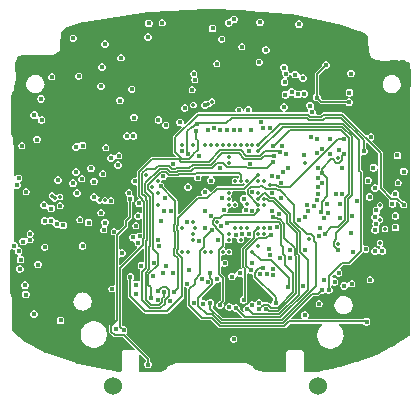
<source format=gbr>
G04*
G04 #@! TF.GenerationSoftware,Altium Limited,Altium Designer,24.6.1 (21)*
G04*
G04 Layer_Physical_Order=5*
G04 Layer_Color=16737945*
%FSLAX44Y44*%
%MOMM*%
G71*
G04*
G04 #@! TF.SameCoordinates,46D9000B-954F-446C-B998-76B77EA3697B*
G04*
G04*
G04 #@! TF.FilePolarity,Positive*
G04*
G01*
G75*
%ADD17C,0.1500*%
%ADD68C,1.5240*%
%ADD69C,0.3500*%
%ADD70C,0.4500*%
%ADD71C,0.4000*%
G36*
X166401Y270186D02*
X197581Y269160D01*
X198812Y268983D01*
X198876Y268957D01*
X200111Y269007D01*
X211446Y268012D01*
X211447Y268012D01*
X211449Y268012D01*
X234281Y266065D01*
X234376Y266049D01*
X235530Y265819D01*
X236776Y265679D01*
X279492Y256383D01*
X279622Y256346D01*
X280805Y255994D01*
D01*
X282025Y255695D01*
X293194Y252050D01*
X293249Y252032D01*
X294335Y251590D01*
X294335Y251590D01*
X294373Y251574D01*
X295546Y251237D01*
X296745Y250800D01*
X298459Y250175D01*
X298475Y250104D01*
Y250104D01*
X298683Y250017D01*
X299466Y249362D01*
X301584Y247250D01*
X301598Y247217D01*
X301875Y241250D01*
X301876Y241210D01*
X301756Y240037D01*
X301905Y239084D01*
X301943Y238804D01*
X301955Y237503D01*
X301982Y234625D01*
X301998Y234548D01*
X301989Y234470D01*
X302090Y234109D01*
X302167Y233741D01*
X302211Y233676D01*
X302232Y233601D01*
X304334Y229452D01*
X304384Y229389D01*
X304410Y229314D01*
X304661Y229036D01*
X304892Y228742D01*
X304961Y228703D01*
X305015Y228643D01*
X305353Y228482D01*
X305679Y228299D01*
X305758Y228289D01*
X305830Y228255D01*
X313071Y226421D01*
X313389Y226404D01*
X313704Y226351D01*
X326263Y226701D01*
X327472Y226566D01*
X328192Y226677D01*
X328696Y226751D01*
X330010Y226768D01*
X332604Y226800D01*
X333014Y226631D01*
X333030Y226637D01*
X333045Y226646D01*
X336648Y224693D01*
X337422Y220320D01*
X337292Y220165D01*
Y220165D01*
X337290Y220163D01*
X337374Y219961D01*
X337463Y218740D01*
X337395Y189733D01*
X337395Y189731D01*
X337395Y189730D01*
X337396Y15497D01*
Y-4405D01*
X337329Y-5332D01*
X337299Y-5357D01*
X337133Y-5629D01*
X336307Y-6408D01*
X324179Y-14463D01*
X324128Y-14492D01*
X323067Y-15077D01*
X323067Y-15077D01*
X321996Y-15714D01*
X320966Y-16224D01*
X308731Y-22287D01*
X307579Y-22771D01*
X307471Y-22816D01*
X306329Y-23325D01*
X294292Y-27809D01*
X293102Y-28252D01*
X291968Y-28582D01*
X291052Y-28916D01*
X290773Y-29017D01*
X278437Y-32537D01*
X277267Y-32769D01*
X277266Y-32768D01*
X276353Y-33045D01*
X276048Y-33135D01*
X274806Y-33402D01*
X265567Y-35391D01*
X264324Y-35543D01*
X264323Y-35543D01*
X263385Y-35785D01*
X263090Y-35858D01*
X257049Y-36830D01*
X247055D01*
Y-19738D01*
X246738Y-18973D01*
X245973Y-18656D01*
X233472D01*
X232707Y-18973D01*
X232390Y-19738D01*
Y-36830D01*
X213549D01*
X206918Y-35396D01*
X206685Y-35299D01*
X204458Y-32574D01*
X204396Y-32523D01*
X204354Y-32455D01*
X204050Y-32237D01*
X203761Y-31999D01*
X203685Y-31976D01*
X203619Y-31929D01*
X198188Y-29473D01*
X198152Y-29464D01*
X198120Y-29443D01*
X197713Y-29362D01*
X197309Y-29268D01*
X197272Y-29274D01*
X197235Y-29267D01*
X139619D01*
X139186Y-29353D01*
X138751Y-29436D01*
X133220Y-31671D01*
X133133Y-31728D01*
X133033Y-31756D01*
X132758Y-31974D01*
X132465Y-32166D01*
X132407Y-32252D01*
X132325Y-32317D01*
X131327Y-33490D01*
X130506Y-34354D01*
X130290Y-34444D01*
X130251Y-34539D01*
X130246Y-34625D01*
X129534Y-35142D01*
X128233Y-36026D01*
X127353Y-36518D01*
X126680Y-36694D01*
X125614Y-36749D01*
X125425Y-36827D01*
X124222Y-36830D01*
X107549D01*
Y-22505D01*
X108722Y-22019D01*
X113278Y-26575D01*
Y-27955D01*
X113221Y-27979D01*
X112307Y-28893D01*
X111812Y-30087D01*
Y-31381D01*
X112307Y-32575D01*
X113221Y-33489D01*
X114416Y-33984D01*
X115709D01*
X116903Y-33489D01*
X117817Y-32575D01*
X118312Y-31381D01*
Y-30087D01*
X117817Y-28893D01*
X116903Y-27979D01*
X116846Y-27955D01*
Y-25836D01*
X116711Y-25153D01*
X116324Y-24574D01*
X97120Y-5371D01*
X96365Y-4542D01*
X97144Y-3687D01*
X97243Y-3588D01*
X97738Y-2394D01*
Y-1101D01*
X97243Y94D01*
X96329Y1008D01*
X95134Y1503D01*
X93842D01*
X93224Y2578D01*
Y50124D01*
X110680Y67580D01*
X111854Y67094D01*
Y56888D01*
X110584Y56039D01*
X110285Y56163D01*
X108992D01*
X107797Y55669D01*
X106883Y54754D01*
X106388Y53560D01*
Y52267D01*
X106883Y51072D01*
X107797Y50158D01*
X108118Y50025D01*
X108282Y49793D01*
X108539Y48490D01*
X108474Y48392D01*
X108338Y47709D01*
Y40452D01*
X107815Y40111D01*
X107068Y39819D01*
X106056Y40238D01*
X104763D01*
X103963Y39906D01*
X102872Y40380D01*
X102630Y40601D01*
X102555Y41225D01*
X103052Y41723D01*
X103547Y42917D01*
Y44210D01*
X103052Y45405D01*
X102138Y46319D01*
X100944Y46814D01*
X99651D01*
X98456Y46319D01*
X97542Y45405D01*
X97047Y44210D01*
Y42917D01*
X97542Y41723D01*
X98456Y40809D01*
X98513Y40785D01*
Y26957D01*
X98649Y26274D01*
X99036Y25695D01*
X111744Y12986D01*
X112323Y12600D01*
X113006Y12464D01*
X131331D01*
X132014Y12600D01*
X132592Y12986D01*
X145280Y25673D01*
X145667Y26252D01*
X145802Y26935D01*
Y34349D01*
X146020Y34576D01*
X147072Y35093D01*
X147504Y34914D01*
X147997Y34161D01*
X148215Y33532D01*
X148124Y33076D01*
Y19478D01*
X148260Y18795D01*
X148647Y18217D01*
X159743Y7120D01*
X160322Y6733D01*
X161005Y6598D01*
X168429D01*
X174644Y382D01*
X175223Y-4D01*
X175906Y-140D01*
X230511D01*
X231194Y-4D01*
X231772Y382D01*
X235324Y3934D01*
X262184D01*
X262570Y2664D01*
X262487Y2609D01*
X262426Y2517D01*
X262323Y2474D01*
X260924Y1075D01*
X260881Y972D01*
X260789Y911D01*
X259690Y-735D01*
X259668Y-844D01*
X259590Y-922D01*
X258832Y-2751D01*
Y-2862D01*
X258771Y-2954D01*
X258384Y-4895D01*
X258406Y-5004D01*
X258363Y-5106D01*
Y-7086D01*
X258406Y-7188D01*
X258384Y-7297D01*
X258771Y-9238D01*
X258832Y-9330D01*
Y-9441D01*
X259590Y-11270D01*
X259668Y-11348D01*
X259690Y-11457D01*
X260789Y-13103D01*
X260881Y-13164D01*
X260924Y-13267D01*
X262323Y-14666D01*
X262426Y-14709D01*
X262487Y-14801D01*
X264133Y-15900D01*
X264242Y-15922D01*
X264320Y-16000D01*
X266149Y-16758D01*
X266260D01*
X266352Y-16819D01*
X268293Y-17206D01*
X268402Y-17184D01*
X268504Y-17227D01*
X270484D01*
X270586Y-17184D01*
X270695Y-17206D01*
X272636Y-16819D01*
X272728Y-16758D01*
X272839D01*
X274668Y-16000D01*
X274746Y-15922D01*
X274855Y-15900D01*
X276501Y-14801D01*
X276562Y-14709D01*
X276665Y-14666D01*
X278064Y-13267D01*
X278107Y-13164D01*
X278199Y-13103D01*
X279298Y-11457D01*
X279320Y-11348D01*
X279398Y-11270D01*
X280156Y-9441D01*
Y-9330D01*
X280217Y-9238D01*
X280576Y-7439D01*
X280604Y-7297D01*
X280762Y-6189D01*
Y-6096D01*
X280604Y-4895D01*
X280602Y-4890D01*
X280217Y-2954D01*
X280156Y-2862D01*
Y-2751D01*
X279398Y-922D01*
X279320Y-844D01*
X279298Y-735D01*
X278199Y911D01*
X278107Y972D01*
X278064Y1075D01*
X276665Y2474D01*
X276562Y2517D01*
X276501Y2609D01*
X276418Y2664D01*
X276804Y3934D01*
X297455D01*
X297575Y3645D01*
X298489Y2731D01*
X299684Y2236D01*
X300977D01*
X302171Y2731D01*
X303085Y3645D01*
X303580Y4839D01*
Y6132D01*
X303085Y7327D01*
X302171Y8241D01*
X300977Y8736D01*
X299684D01*
X298489Y8241D01*
X297750Y7502D01*
X250840D01*
X250314Y8772D01*
X250659Y9117D01*
X251154Y10312D01*
Y11604D01*
X250659Y12799D01*
X249745Y13713D01*
X248550Y14208D01*
X247257D01*
X246063Y13713D01*
X245149Y12799D01*
X244654Y11604D01*
Y10312D01*
X245149Y9117D01*
X245494Y8772D01*
X244967Y7502D01*
X236994D01*
X236508Y8676D01*
X255087Y27255D01*
X259149D01*
X259832Y27391D01*
X260410Y27777D01*
X261971Y29338D01*
X262027Y29314D01*
X263321D01*
X264515Y29809D01*
X264531Y29825D01*
X266323Y29821D01*
X266349Y29795D01*
X267544Y29300D01*
X268836D01*
X270031Y29795D01*
X270945Y30710D01*
X271440Y31904D01*
Y33197D01*
X270945Y34391D01*
X270421Y34916D01*
X270505Y35647D01*
X271822Y36288D01*
X272507Y36004D01*
X273800D01*
X274995Y36499D01*
X275909Y37413D01*
X276404Y38607D01*
Y39900D01*
X275909Y41095D01*
X274995Y42009D01*
X273800Y42504D01*
X272507D01*
X271339Y43386D01*
X271252Y44000D01*
X272524Y45273D01*
X274022Y44975D01*
X274063Y44876D01*
X274907Y44032D01*
X276009Y43575D01*
X277203D01*
X278305Y44032D01*
X279149Y44876D01*
X279606Y45978D01*
Y47172D01*
X279149Y48274D01*
X278305Y49118D01*
X278206Y49159D01*
X277908Y50657D01*
X280429Y53178D01*
X285094D01*
X285777Y53314D01*
X286355Y53701D01*
X296530Y63876D01*
X297989Y64213D01*
X299092Y63756D01*
X300285D01*
X301388Y64213D01*
X302232Y65057D01*
X302689Y66160D01*
Y67353D01*
X302232Y68456D01*
X301388Y69300D01*
X300285Y69756D01*
X299092D01*
X298666Y69580D01*
X297396Y70366D01*
Y132086D01*
X297260Y132769D01*
X296874Y133348D01*
X295964Y134257D01*
Y146146D01*
X297234Y146995D01*
X297549Y146864D01*
X298843D01*
X300037Y147359D01*
X300951Y148273D01*
X301446Y149467D01*
Y150760D01*
X300951Y151955D01*
X300037Y152869D01*
X299980Y152893D01*
Y156602D01*
X301154Y157088D01*
X310359Y147882D01*
Y137346D01*
X309090Y137093D01*
X308825Y137731D01*
X307911Y138645D01*
X306716Y139140D01*
X305424D01*
X304229Y138645D01*
X303315Y137731D01*
X302820Y136537D01*
Y135244D01*
X303315Y134049D01*
X304229Y133135D01*
X305424Y132640D01*
X306716D01*
X307911Y133135D01*
X308825Y134049D01*
X309090Y134687D01*
X310359Y134434D01*
Y121966D01*
X309921Y121649D01*
X309090Y121306D01*
X308123Y121706D01*
X306830D01*
X305636Y121212D01*
X304721Y120297D01*
X304227Y119103D01*
Y117810D01*
X304721Y116615D01*
X305636Y115701D01*
X306830Y115206D01*
X308123D01*
X309318Y115701D01*
X310232Y116615D01*
X311627Y116665D01*
X319388Y108905D01*
X319408Y107309D01*
X319357Y107259D01*
X318863Y106065D01*
Y104771D01*
X319357Y103577D01*
X320272Y102663D01*
X321466Y102168D01*
X322759D01*
X323954Y102663D01*
X324868Y103577D01*
X325363Y104771D01*
Y106065D01*
X325153Y106570D01*
X325183Y106639D01*
X326214Y107328D01*
X328669Y104873D01*
Y103799D01*
X329126Y102697D01*
X329970Y101853D01*
X331073Y101396D01*
X332266D01*
X333369Y101853D01*
X334213Y102697D01*
X334669Y103799D01*
Y104993D01*
X334213Y106095D01*
X333369Y106939D01*
X332266Y107396D01*
X331193D01*
X327702Y110886D01*
X327396Y111800D01*
X327891Y112994D01*
Y114287D01*
X327396Y115482D01*
X326482Y116396D01*
X325287Y116891D01*
X323994D01*
X322800Y116396D01*
X321886Y115482D01*
X321391Y114287D01*
Y113744D01*
X320121Y113218D01*
X313928Y119411D01*
Y148621D01*
X313792Y149304D01*
X313405Y149882D01*
X305198Y158090D01*
X305496Y159588D01*
X305611Y159636D01*
X306455Y160480D01*
X306911Y161583D01*
Y162776D01*
X306455Y163879D01*
X305611Y164722D01*
X304508Y165179D01*
X303314D01*
X302212Y164722D01*
X301368Y163879D01*
X301320Y163764D01*
X299822Y163466D01*
X281145Y182143D01*
X280566Y182530D01*
X279883Y182666D01*
X263686D01*
X263003Y182530D01*
X262424Y182143D01*
X261183Y180902D01*
X257968D01*
X257119Y182172D01*
X257250Y182488D01*
Y183780D01*
X256755Y184975D01*
X255841Y185889D01*
X255446Y187427D01*
X255596Y187789D01*
Y189082D01*
X255101Y190277D01*
X254187Y191191D01*
X252992Y191686D01*
X251700D01*
X250505Y191191D01*
X249591Y190277D01*
X249096Y189082D01*
Y187789D01*
X249591Y186595D01*
X250505Y185680D01*
X250900Y184142D01*
X250750Y183780D01*
Y182811D01*
X250573Y182666D01*
X231145D01*
X231024Y183886D01*
X232219Y184381D01*
X233133Y185295D01*
X233628Y186490D01*
Y187782D01*
X233133Y188977D01*
X232219Y189891D01*
X231024Y190386D01*
X229732D01*
X228537Y189891D01*
X227623Y188977D01*
X227128Y187782D01*
Y186490D01*
X227623Y185295D01*
X228537Y184381D01*
X229732Y183886D01*
X229611Y182666D01*
X204104D01*
X203256Y183936D01*
X203402Y184289D01*
Y185582D01*
X202907Y186777D01*
X201993Y187691D01*
X200798Y188186D01*
X199506D01*
X198311Y187691D01*
X197397Y186777D01*
X196902Y185582D01*
Y184988D01*
X195978Y183853D01*
X195278Y184051D01*
Y185244D01*
X194821Y186347D01*
X193977Y187191D01*
X192875Y187648D01*
X191681D01*
X190579Y187191D01*
X189735Y186347D01*
X189278Y185244D01*
Y184051D01*
X189326Y183936D01*
X188477Y182666D01*
X157260D01*
X156577Y182530D01*
X155998Y182143D01*
X146454Y172599D01*
X145377Y173318D01*
X145519Y173660D01*
Y174953D01*
X145024Y176148D01*
X144110Y177062D01*
X142915Y177557D01*
X141622D01*
X140428Y177062D01*
X139513Y176148D01*
X139019Y174953D01*
Y173660D01*
X139513Y172466D01*
X140428Y171551D01*
X141622Y171057D01*
X142915D01*
X143257Y171198D01*
X143976Y170122D01*
X137168Y163314D01*
X136782Y162735D01*
X136646Y162052D01*
Y149098D01*
X136782Y148415D01*
X137168Y147836D01*
X139110Y145895D01*
X138624Y144722D01*
X118335D01*
X117652Y144586D01*
X117073Y144199D01*
X106344Y133470D01*
X105958Y132891D01*
X105822Y132208D01*
Y128293D01*
X104552Y127444D01*
X104437Y127492D01*
X103243D01*
X102141Y127035D01*
X101297Y126191D01*
X100840Y125088D01*
Y123895D01*
X101297Y122792D01*
X102141Y121948D01*
X103243Y121492D01*
X104437D01*
X104551Y121539D01*
X105822Y120690D01*
Y115159D01*
X105822Y115158D01*
Y112268D01*
X105958Y111585D01*
X106344Y111006D01*
X107171Y110180D01*
X106759Y108910D01*
X105564Y108415D01*
X104650Y107501D01*
X104156Y106306D01*
Y105014D01*
X104650Y103819D01*
X105564Y102905D01*
X106759Y102410D01*
X108052D01*
X108974Y102792D01*
X109873Y102403D01*
X110244Y102106D01*
Y97797D01*
X108974Y97271D01*
X108493Y97751D01*
X107299Y98246D01*
X106006D01*
X104812Y97751D01*
X103897Y96837D01*
X103403Y95642D01*
Y94349D01*
X103897Y93155D01*
X104812Y92241D01*
X106006Y91746D01*
X107299D01*
X108493Y92241D01*
X108974Y92721D01*
X110244Y92195D01*
Y81657D01*
X108974Y80809D01*
X108674Y80933D01*
X107382D01*
X106187Y80438D01*
X105273Y79524D01*
X104030Y79843D01*
X103227Y80176D01*
X101934D01*
X100739Y79681D01*
X99825Y78767D01*
X99331Y77572D01*
Y76280D01*
X99825Y75085D01*
X100739Y74171D01*
X101934Y73676D01*
X102836D01*
X103549Y73133D01*
X103881Y72572D01*
Y71587D01*
X104375Y70392D01*
X105290Y69478D01*
X105605Y69348D01*
X105903Y67849D01*
X91858Y53804D01*
X90684Y54290D01*
Y59484D01*
X91954Y60333D01*
X92269Y60202D01*
X93562D01*
X94757Y60697D01*
X95671Y61611D01*
X96166Y62806D01*
Y64098D01*
X95671Y65293D01*
X94757Y66207D01*
X93562Y66702D01*
X92269D01*
X91954Y66571D01*
X90684Y67420D01*
Y77913D01*
X98006Y85236D01*
X98393Y85815D01*
X98529Y86497D01*
Y90029D01*
X101526Y93026D01*
X101913Y93604D01*
X102049Y94287D01*
Y107015D01*
X102105Y107038D01*
X103020Y107953D01*
X103514Y109147D01*
Y110440D01*
X103020Y111635D01*
X102425Y112229D01*
X102097Y112618D01*
X101931Y113996D01*
X102060Y114307D01*
Y115500D01*
X101603Y116603D01*
X100759Y117447D01*
X99657Y117903D01*
X98463D01*
X97361Y117447D01*
X96517Y116603D01*
X96060Y115500D01*
Y114307D01*
X96517Y113204D01*
X97361Y112360D01*
X97365Y112358D01*
X97509Y111635D01*
X97015Y110440D01*
Y109147D01*
X97509Y107953D01*
X98424Y107038D01*
X98480Y107015D01*
Y95026D01*
X95483Y92029D01*
X95096Y91451D01*
X94960Y90768D01*
Y87236D01*
X90799Y83074D01*
X89300Y83372D01*
X89253Y83487D01*
X88409Y84331D01*
X87306Y84788D01*
X86113D01*
X85010Y84331D01*
X84166Y83487D01*
X83709Y82385D01*
Y81191D01*
X84166Y80089D01*
X85010Y79245D01*
X86113Y78788D01*
X87005D01*
X87116Y78653D01*
Y36779D01*
X86590Y36437D01*
X85846Y36147D01*
X84925Y36528D01*
X83731D01*
X82629Y36071D01*
X81785Y35227D01*
X81328Y34125D01*
Y32931D01*
X81785Y31829D01*
X82629Y30985D01*
X83731Y30528D01*
X84925D01*
X85846Y30910D01*
X86590Y30619D01*
X87116Y30277D01*
Y7343D01*
X82709Y2936D01*
X82322Y2357D01*
X82186Y1674D01*
Y-2944D01*
X82322Y-3627D01*
X82709Y-4206D01*
X85606Y-7104D01*
X86185Y-7491D01*
X86868Y-7626D01*
X94329D01*
X104185Y-17482D01*
X103699Y-18655D01*
X93966D01*
X93200Y-18973D01*
X92883Y-19738D01*
Y-35700D01*
X91613Y-36724D01*
X85949Y-36049D01*
X85906Y-36044D01*
X85898Y-36043D01*
X84703Y-35774D01*
Y-35774D01*
X83477Y-35683D01*
X83375Y-35670D01*
X82895Y-35505D01*
X82895Y-35504D01*
X81653Y-35375D01*
X56376Y-30333D01*
X56227Y-30294D01*
X55039Y-29960D01*
Y-29960D01*
X53836Y-29648D01*
X29447Y-21300D01*
X28479Y-20956D01*
X28449Y-20881D01*
X28282Y-20811D01*
X27171Y-20297D01*
X12484Y-12455D01*
X11453Y-11782D01*
X11267Y-11705D01*
X10263Y-11011D01*
X5886Y-7594D01*
X4998Y-6734D01*
X4971Y-6669D01*
X4880Y-6631D01*
X4084Y-5939D01*
X4046Y-5897D01*
X247Y-1661D01*
X177Y-1493D01*
X-0Y210D01*
X50Y1361D01*
X-1Y1483D01*
Y1483D01*
X-99Y1574D01*
X-95Y2402D01*
X333Y17073D01*
X315Y17180D01*
X329Y17287D01*
X-157Y24956D01*
X-205Y25136D01*
X-210Y25323D01*
X-1310Y30152D01*
X-1438Y31368D01*
X-1544Y31622D01*
X-1614Y32824D01*
Y64494D01*
X-1597Y65669D01*
X-1438Y66052D01*
X-1423Y66066D01*
X-512Y66888D01*
X159Y67038D01*
X281Y66915D01*
X1475Y66421D01*
X2192D01*
X2413Y66088D01*
Y64795D01*
X2908Y63601D01*
X3823Y62687D01*
X5017Y62192D01*
X5506D01*
X5758Y60922D01*
X5525Y60825D01*
X4611Y59911D01*
X4116Y58716D01*
Y57424D01*
X4611Y56229D01*
X5525Y55315D01*
X6719Y54820D01*
X8012D01*
X9207Y55315D01*
X10121Y56229D01*
X10616Y57424D01*
Y58716D01*
X10121Y59911D01*
X9207Y60825D01*
X8012Y61320D01*
X7524D01*
X7271Y62590D01*
X7505Y62687D01*
X8419Y63601D01*
X8913Y64795D01*
Y66088D01*
X8419Y67283D01*
X7505Y68197D01*
X6310Y68692D01*
X5594D01*
X5372Y69024D01*
Y70317D01*
X4877Y71512D01*
X3963Y72426D01*
X2768Y72920D01*
X2284D01*
X1631Y73609D01*
X1334Y74132D01*
X1358Y74289D01*
X1441Y74620D01*
X1642Y78542D01*
X1633Y78604D01*
X1645Y78666D01*
X1542Y117867D01*
X1841Y118142D01*
X2810Y118590D01*
X3672Y118234D01*
X4965D01*
X6159Y118729D01*
X7073Y119643D01*
X7568Y120837D01*
Y122130D01*
X7073Y123325D01*
X7786Y124408D01*
X8379Y125002D01*
X8874Y126196D01*
Y127489D01*
X8379Y128684D01*
X7465Y129598D01*
X6270Y130093D01*
X4978D01*
X3783Y129598D01*
X2869Y128684D01*
X2809Y128541D01*
X1539Y128793D01*
X1540Y149569D01*
X1532Y149607D01*
X1539Y149646D01*
X1193Y160086D01*
X1096Y160502D01*
X1008Y160919D01*
X-249Y163861D01*
X-198Y163939D01*
X-198D01*
X-373Y164362D01*
Y197482D01*
X-240Y198697D01*
X-198Y198799D01*
X-42Y199560D01*
X174Y200002D01*
X176Y200005D01*
X213Y200094D01*
X796Y201122D01*
X1441Y202090D01*
X1608Y202496D01*
X1780Y202900D01*
X3013Y208797D01*
X3015Y209045D01*
X3062Y209290D01*
X2932Y224332D01*
X3007Y225330D01*
X3097Y225547D01*
X3092Y225558D01*
X3507Y226656D01*
X5126Y230327D01*
X9300Y231115D01*
X9444Y230994D01*
X9459Y230988D01*
X9672Y231077D01*
X10885Y231147D01*
X27432Y230951D01*
X27439Y230952D01*
X27447Y230951D01*
X27471D01*
X27473Y230951D01*
X27475Y230951D01*
X33736Y230993D01*
X33933Y231033D01*
X34135Y231030D01*
X34371Y231124D01*
X34620Y231175D01*
X34787Y231288D01*
X34975Y231362D01*
X39424Y234231D01*
X39502Y234306D01*
X39597Y234354D01*
X39824Y234618D01*
X40073Y234859D01*
X40116Y234958D01*
X40186Y235039D01*
X40294Y235369D01*
X40432Y235688D01*
X40434Y235795D01*
X40468Y235897D01*
X40989Y240189D01*
X40978Y240330D01*
X41006Y240468D01*
Y244620D01*
X41020Y244750D01*
X41181Y245954D01*
X41181D01*
X41129Y246930D01*
X41287Y247745D01*
X41287Y247745D01*
X41506Y248948D01*
X42288Y251706D01*
X42312Y251716D01*
X42440Y252025D01*
X44914Y253939D01*
X45164Y254122D01*
X46201Y254778D01*
X47281Y255275D01*
X49535Y256144D01*
X49623Y256177D01*
X50665Y256497D01*
X50675Y256492D01*
X50675Y256492D01*
X50748Y256522D01*
X51843Y256943D01*
X51862Y256949D01*
X57951Y258820D01*
X59158Y259083D01*
X59159Y259083D01*
X60102Y259319D01*
X60522Y259411D01*
X61645Y259583D01*
X115256Y267825D01*
X116520Y267870D01*
D01*
X117725Y268064D01*
X117891Y268086D01*
X163947Y270170D01*
X163954Y270171D01*
X164333Y270138D01*
X165167Y270052D01*
X166003Y270149D01*
X166395Y270186D01*
X166401Y270186D01*
D02*
G37*
G36*
X191886Y128593D02*
Y127212D01*
X190838Y126631D01*
X190340Y126961D01*
X190228Y127073D01*
X189217Y127492D01*
X188123D01*
X187113Y127073D01*
X186339Y126300D01*
X185920Y125289D01*
Y124195D01*
X186339Y123184D01*
X187113Y122411D01*
X188123Y121992D01*
X189217D01*
X190228Y122411D01*
X190340Y122523D01*
X191170Y123073D01*
X192000Y122523D01*
X192112Y122411D01*
X193123Y121992D01*
X194217D01*
X195228Y122411D01*
X195340Y122523D01*
X196029Y122979D01*
X196960Y122467D01*
X197170Y121194D01*
X196018Y120042D01*
X173695D01*
X173012Y119906D01*
X172433Y119520D01*
X168223Y115310D01*
X166953Y115836D01*
Y115872D01*
X166459Y117067D01*
X165544Y117981D01*
X164350Y118476D01*
X163057D01*
X161863Y117981D01*
X160948Y117067D01*
X160453Y115872D01*
Y114579D01*
X160948Y113385D01*
X161349Y112984D01*
X160823Y111714D01*
X157404D01*
X156721Y111579D01*
X156143Y111192D01*
X141388Y96437D01*
X140214Y96923D01*
Y107803D01*
X140078Y108486D01*
X139692Y109064D01*
X129030Y119726D01*
X129099Y119891D01*
Y121084D01*
X128642Y122187D01*
X127798Y123031D01*
X127384Y123203D01*
X126420Y124195D01*
X127116Y125274D01*
X128408D01*
X129603Y125769D01*
X130517Y126683D01*
X131012Y127878D01*
X131246Y128102D01*
X132282Y128515D01*
X132505Y128366D01*
X133188Y128230D01*
X140476D01*
X141159Y128366D01*
X141250Y128427D01*
X153978D01*
X154371Y127839D01*
Y126645D01*
X154827Y125543D01*
X155671Y124699D01*
X156774Y124242D01*
X157967D01*
X159070Y124699D01*
X159914Y125543D01*
X160371Y126645D01*
Y127839D01*
X160323Y127954D01*
X161172Y129224D01*
X166983D01*
X167236Y127954D01*
X166817Y127780D01*
X165902Y126866D01*
X165408Y125672D01*
Y124379D01*
X165902Y123184D01*
X166817Y122270D01*
X168011Y121775D01*
X169304D01*
X170499Y122270D01*
X171413Y123184D01*
X171908Y124379D01*
Y125672D01*
X171413Y126866D01*
X170499Y127780D01*
X170080Y127954D01*
X170332Y129224D01*
X191255D01*
X191886Y128593D01*
D02*
G37*
G36*
X197775Y115422D02*
Y113853D01*
X197844Y113504D01*
X197134Y112711D01*
X196848Y112542D01*
X195555D01*
X194361Y112047D01*
X193447Y111133D01*
X192952Y109939D01*
Y108646D01*
X193447Y107451D01*
X194361Y106537D01*
X194867Y106327D01*
X195878Y105449D01*
Y104355D01*
X196105Y103807D01*
X196243Y102489D01*
X195329Y101575D01*
X194834Y100381D01*
Y99088D01*
X195033Y98607D01*
X194226Y97337D01*
X183231D01*
X182497Y98607D01*
X182747Y99212D01*
Y100505D01*
X182613Y100829D01*
X182768Y101183D01*
X183506Y101992D01*
X184217D01*
X185228Y102411D01*
X185340Y102523D01*
X186170Y103073D01*
X187000Y102523D01*
X187113Y102411D01*
X188123Y101992D01*
X189217D01*
X190228Y102411D01*
X191001Y103184D01*
X191420Y104195D01*
Y105289D01*
X191001Y106300D01*
X190228Y107073D01*
X189217Y107492D01*
X188123D01*
X187113Y107073D01*
X187036Y106996D01*
X186918Y107006D01*
X185746Y107654D01*
X185726Y107916D01*
X186145Y108927D01*
Y110021D01*
X185726Y111032D01*
X185577Y111181D01*
X185266Y112275D01*
X185617Y112800D01*
X186001Y113184D01*
X186420Y114195D01*
Y115289D01*
X187304Y116474D01*
X196757D01*
X197775Y115422D01*
D02*
G37*
G36*
X199784Y76795D02*
X201077D01*
X201375Y76919D01*
X202094Y75842D01*
X194608Y68356D01*
X194222Y67777D01*
X194086Y67094D01*
Y52024D01*
X194222Y51341D01*
X194608Y50763D01*
X193882Y49693D01*
X193598Y49811D01*
X192305D01*
X191111Y49316D01*
X190196Y48401D01*
X189702Y47207D01*
Y46815D01*
X188432Y46289D01*
X188277Y46443D01*
X187083Y46938D01*
X185790D01*
X184595Y46443D01*
X183681Y45529D01*
X183186Y44335D01*
Y43042D01*
X183681Y41847D01*
X184595Y40933D01*
X185790Y40438D01*
X187083D01*
X188277Y40933D01*
X189191Y41847D01*
X189686Y43042D01*
Y43434D01*
X190956Y43960D01*
X191111Y43805D01*
X192305Y43310D01*
X193598D01*
X194078Y43509D01*
X195348Y42702D01*
Y27303D01*
X194247Y26847D01*
X193333Y25933D01*
X192838Y24738D01*
Y23445D01*
X193333Y22251D01*
X194247Y21337D01*
X195441Y20842D01*
X196735D01*
X197929Y21337D01*
X198843Y22251D01*
X199338Y23445D01*
Y24738D01*
X198891Y25818D01*
X198917Y25948D01*
Y46143D01*
X200187Y46669D01*
X200473Y46384D01*
X201667Y45889D01*
X202960D01*
X203082Y45940D01*
X204352Y45091D01*
Y43315D01*
X204488Y42632D01*
X204875Y42053D01*
X221391Y25538D01*
Y24276D01*
X221334Y24253D01*
X220420Y23338D01*
X219925Y22144D01*
Y21376D01*
X218655Y20850D01*
X218226Y21280D01*
X217647Y21667D01*
X216964Y21802D01*
X213221D01*
X213212Y21801D01*
X212550Y22344D01*
X212093Y23447D01*
X211249Y24291D01*
X210147Y24747D01*
X208953D01*
X207851Y24291D01*
X207007Y23447D01*
X206590Y22441D01*
X206068Y22244D01*
X205280Y22080D01*
X204759Y22601D01*
X203656Y23058D01*
X202463D01*
X201360Y22601D01*
X200516Y21758D01*
X200060Y20655D01*
Y19696D01*
X199947Y19621D01*
X198654D01*
X197459Y19126D01*
X196545Y18212D01*
X196050Y17017D01*
Y15724D01*
X196545Y14530D01*
X195647Y13633D01*
X192964Y16315D01*
X192988Y16372D01*
Y17665D01*
X192493Y18859D01*
X191579Y19773D01*
X190385Y20268D01*
X189091D01*
X188135Y19872D01*
X186803Y19769D01*
X185889Y20683D01*
X184695Y21178D01*
X183402D01*
X182207Y20683D01*
X181293Y19769D01*
X180798Y18574D01*
Y17281D01*
X181293Y16087D01*
X182207Y15172D01*
X183402Y14678D01*
X184695D01*
X185651Y15074D01*
X186983Y15177D01*
X187897Y14263D01*
X189091Y13768D01*
X190385D01*
X190441Y13792D01*
X194599Y9634D01*
X194113Y8460D01*
X178729D01*
X169865Y17325D01*
X169875Y18625D01*
X170745Y19495D01*
X171240Y20689D01*
Y21983D01*
X170745Y23177D01*
X169831Y24091D01*
X168636Y24586D01*
X167344D01*
X166149Y24091D01*
X165549Y23491D01*
X165230Y23178D01*
X163961Y23420D01*
X163797Y23583D01*
X162603Y24078D01*
X161310D01*
X160572Y25147D01*
X160508Y25800D01*
X171002Y36294D01*
X171388Y36873D01*
X171524Y37556D01*
Y37836D01*
X172794Y38684D01*
X172879Y38649D01*
X174073D01*
X175175Y39106D01*
X175508Y39438D01*
X176778Y38912D01*
Y23903D01*
X175937Y23062D01*
X175376D01*
X174181Y22567D01*
X173267Y21653D01*
X172772Y20459D01*
Y19166D01*
X173267Y17971D01*
X174181Y17057D01*
X175376Y16562D01*
X176669D01*
X177863Y17057D01*
X178778Y17971D01*
X179272Y19166D01*
Y20459D01*
X179011Y21089D01*
X179824Y21902D01*
X180210Y22481D01*
X180346Y23163D01*
Y42571D01*
X180210Y43254D01*
X179824Y43833D01*
X176938Y46718D01*
Y52172D01*
X178209Y52698D01*
X178505Y52401D01*
X179608Y51944D01*
X180801D01*
X181904Y52401D01*
X182748Y53245D01*
X183205Y54347D01*
Y55541D01*
X182748Y56643D01*
X181904Y57487D01*
X180801Y57944D01*
X179608D01*
X178505Y57487D01*
X178209Y57191D01*
X176938Y57717D01*
Y61108D01*
X178123Y61992D01*
X179217D01*
X180228Y62411D01*
X180340Y62523D01*
X181170Y63073D01*
X182000Y62523D01*
X182112Y62411D01*
X183123Y61992D01*
X184217D01*
X185228Y62411D01*
X186001Y63184D01*
X186420Y64195D01*
Y65289D01*
X186001Y66300D01*
X185228Y67073D01*
X184217Y67492D01*
X183123D01*
X182112Y67073D01*
X182000Y66961D01*
X181360Y66537D01*
X180219Y67100D01*
X180060Y67600D01*
X179965Y68557D01*
X180210Y68923D01*
X180346Y69606D01*
Y72514D01*
X181616Y72907D01*
X182112Y72411D01*
X183123Y71992D01*
X184217D01*
X185228Y72411D01*
X186001Y73184D01*
X186420Y74195D01*
Y75289D01*
X186046Y76191D01*
X186071Y76259D01*
X187485Y76642D01*
X187592Y76535D01*
X188787Y76040D01*
X189856D01*
X190385Y75667D01*
X190920Y75014D01*
Y74195D01*
X191339Y73184D01*
X192112Y72411D01*
X193123Y71992D01*
X194217D01*
X195228Y72411D01*
X196001Y73184D01*
X196420Y74195D01*
Y75289D01*
X196305Y75566D01*
X196758Y77128D01*
X196857Y77227D01*
X198590Y77290D01*
X199784Y76795D01*
D02*
G37*
%LPC*%
G36*
X210889Y262116D02*
X209597D01*
X208402Y261621D01*
X207488Y260707D01*
X206993Y259512D01*
Y258220D01*
X207488Y257025D01*
X208402Y256111D01*
X209597Y255616D01*
X210889D01*
X212084Y256111D01*
X212998Y257025D01*
X213493Y258220D01*
Y259512D01*
X212998Y260707D01*
X212084Y261621D01*
X210889Y262116D01*
D02*
G37*
G36*
X127851Y261572D02*
X126657D01*
X125555Y261115D01*
X124711Y260271D01*
X124254Y259169D01*
Y257975D01*
X124711Y256873D01*
X125555Y256029D01*
X126657Y255572D01*
X127851D01*
X128953Y256029D01*
X129797Y256873D01*
X130254Y257975D01*
Y259169D01*
X129797Y260271D01*
X128953Y261115D01*
X127851Y261572D01*
D02*
G37*
G36*
X188860Y264664D02*
X187568D01*
X186373Y264169D01*
X185459Y263255D01*
X185102Y262393D01*
X184174Y261616D01*
X182881D01*
X181686Y261121D01*
X180772Y260207D01*
X180278Y259013D01*
Y257720D01*
X180772Y256525D01*
X181686Y255611D01*
X182881Y255116D01*
X184174D01*
X185368Y255611D01*
X186283Y256525D01*
X186640Y257387D01*
X187568Y258164D01*
X188860D01*
X190055Y258659D01*
X190969Y259573D01*
X191464Y260768D01*
Y262061D01*
X190969Y263255D01*
X190055Y264169D01*
X188860Y264664D01*
D02*
G37*
G36*
X116470Y261314D02*
X115177D01*
X113983Y260819D01*
X113069Y259905D01*
X112574Y258710D01*
Y257418D01*
X113069Y256223D01*
X113983Y255309D01*
X115177Y254814D01*
X116470D01*
X117665Y255309D01*
X118579Y256223D01*
X119074Y257418D01*
Y258710D01*
X118579Y259905D01*
X117665Y260819D01*
X116470Y261314D01*
D02*
G37*
G36*
X243724Y260552D02*
X242432D01*
X241237Y260057D01*
X240323Y259143D01*
X239828Y257948D01*
Y256656D01*
X240323Y255461D01*
X241237Y254547D01*
X242432Y254052D01*
X243724D01*
X244919Y254547D01*
X245833Y255461D01*
X246328Y256656D01*
Y257948D01*
X245833Y259143D01*
X244919Y260057D01*
X243724Y260552D01*
D02*
G37*
G36*
X170466Y257116D02*
X169173D01*
X167979Y256621D01*
X167065Y255707D01*
X166570Y254513D01*
Y253220D01*
X167065Y252025D01*
X167979Y251111D01*
X169173Y250616D01*
X170466D01*
X171661Y251111D01*
X172575Y252025D01*
X173070Y253220D01*
Y254513D01*
X172575Y255707D01*
X171661Y256621D01*
X170466Y257116D01*
D02*
G37*
G36*
X115709Y249884D02*
X114416D01*
X113221Y249389D01*
X112307Y248475D01*
X111812Y247281D01*
Y245987D01*
X112307Y244793D01*
X113221Y243879D01*
X114416Y243384D01*
X115709D01*
X116903Y243879D01*
X117817Y244793D01*
X118312Y245987D01*
Y247281D01*
X117817Y248475D01*
X116903Y249389D01*
X115709Y249884D01*
D02*
G37*
G36*
X52413Y248618D02*
X51219D01*
X50117Y248161D01*
X49273Y247317D01*
X48816Y246215D01*
Y245021D01*
X49273Y243919D01*
X50117Y243075D01*
X51219Y242618D01*
X52413D01*
X53515Y243075D01*
X54359Y243919D01*
X54816Y245021D01*
Y246215D01*
X54359Y247317D01*
X53515Y248161D01*
X52413Y248618D01*
D02*
G37*
G36*
X178143Y247782D02*
X176949D01*
X175847Y247325D01*
X175003Y246481D01*
X174546Y245379D01*
Y244185D01*
X175003Y243083D01*
X175847Y242239D01*
X176949Y241782D01*
X178143D01*
X179245Y242239D01*
X180089Y243083D01*
X180546Y244185D01*
Y245379D01*
X180089Y246481D01*
X179245Y247325D01*
X178143Y247782D01*
D02*
G37*
G36*
X79387Y244042D02*
X78094D01*
X76899Y243547D01*
X75985Y242633D01*
X75490Y241439D01*
Y240145D01*
X75985Y238951D01*
X76899Y238037D01*
X78094Y237542D01*
X79387D01*
X80581Y238037D01*
X81495Y238951D01*
X81990Y240145D01*
Y241439D01*
X81495Y242633D01*
X80581Y243547D01*
X79387Y244042D01*
D02*
G37*
G36*
X195059Y241284D02*
X193866D01*
X192763Y240827D01*
X191919Y239983D01*
X191462Y238881D01*
Y237687D01*
X191919Y236585D01*
X192763Y235741D01*
X193866Y235284D01*
X195059D01*
X196162Y235741D01*
X197006Y236585D01*
X197462Y237687D01*
Y238881D01*
X197006Y239983D01*
X196162Y240827D01*
X195059Y241284D01*
D02*
G37*
G36*
X215530Y238962D02*
X214237D01*
X213043Y238467D01*
X212129Y237553D01*
X211634Y236359D01*
Y235065D01*
X212129Y233871D01*
X213043Y232957D01*
X214237Y232462D01*
X215530D01*
X216725Y232957D01*
X217639Y233871D01*
X218134Y235065D01*
Y236359D01*
X217639Y237553D01*
X216725Y238467D01*
X215530Y238962D01*
D02*
G37*
G36*
X92928Y231854D02*
X91735D01*
X90632Y231397D01*
X89788Y230553D01*
X89332Y229451D01*
Y228257D01*
X89788Y227155D01*
X90632Y226311D01*
X91735Y225854D01*
X92928D01*
X94031Y226311D01*
X94875Y227155D01*
X95331Y228257D01*
Y229451D01*
X94875Y230553D01*
X94031Y231397D01*
X92928Y231854D01*
D02*
G37*
G36*
X209920Y228298D02*
X208726D01*
X207624Y227841D01*
X206780Y226997D01*
X206323Y225895D01*
Y224701D01*
X206780Y223599D01*
X207624Y222755D01*
X208726Y222298D01*
X209920D01*
X211022Y222755D01*
X211866Y223599D01*
X212323Y224701D01*
Y225895D01*
X211866Y226997D01*
X211022Y227841D01*
X209920Y228298D01*
D02*
G37*
G36*
X173957Y227118D02*
X172763D01*
X171661Y226661D01*
X170817Y225818D01*
X170360Y224715D01*
Y223521D01*
X170817Y222419D01*
X171661Y221575D01*
X172763Y221118D01*
X173957D01*
X175059Y221575D01*
X175903Y222419D01*
X176360Y223521D01*
Y224715D01*
X175903Y225818D01*
X175059Y226661D01*
X173957Y227118D01*
D02*
G37*
G36*
X266584Y226262D02*
X265292D01*
X264097Y225767D01*
X263183Y224853D01*
X262688Y223659D01*
Y222365D01*
X262712Y222309D01*
X256783Y216380D01*
X256396Y215802D01*
X256260Y215119D01*
Y198093D01*
X256204Y198070D01*
X255289Y197156D01*
X254795Y195961D01*
Y194668D01*
X255289Y193474D01*
X256204Y192560D01*
X257398Y192065D01*
X258691D01*
X258748Y192088D01*
X260836Y190000D01*
X261415Y189613D01*
X262097Y189478D01*
X282463D01*
X282487Y189421D01*
X283401Y188507D01*
X284596Y188012D01*
X285889D01*
X287083Y188507D01*
X287997Y189421D01*
X288492Y190616D01*
Y191908D01*
X287997Y193103D01*
X287083Y194017D01*
X285889Y194512D01*
X284596D01*
X283401Y194017D01*
X282487Y193103D01*
X282463Y193046D01*
X262837D01*
X261271Y194612D01*
X261295Y194668D01*
Y195961D01*
X260800Y197156D01*
X259886Y198070D01*
X259829Y198093D01*
Y214380D01*
X265235Y219785D01*
X265292Y219762D01*
X266584D01*
X267779Y220257D01*
X268693Y221171D01*
X269188Y222365D01*
Y223659D01*
X268693Y224853D01*
X267779Y225767D01*
X266584Y226262D01*
D02*
G37*
G36*
X76802Y224440D02*
X75509D01*
X74315Y223945D01*
X73401Y223031D01*
X72906Y221836D01*
Y220543D01*
X73401Y219349D01*
X74315Y218435D01*
X75509Y217940D01*
X76802D01*
X77997Y218435D01*
X78911Y219349D01*
X79406Y220543D01*
Y221836D01*
X78911Y223031D01*
X77997Y223945D01*
X76802Y224440D01*
D02*
G37*
G36*
X287666Y218896D02*
X286374D01*
X285179Y218401D01*
X284265Y217487D01*
X283770Y216292D01*
Y215000D01*
X284265Y213805D01*
X285179Y212891D01*
X286374Y212396D01*
X287666D01*
X288861Y212891D01*
X289775Y213805D01*
X290270Y215000D01*
Y216292D01*
X289775Y217487D01*
X288861Y218401D01*
X287666Y218896D01*
D02*
G37*
G36*
X56985Y216360D02*
X55791D01*
X54689Y215903D01*
X53845Y215059D01*
X53388Y213957D01*
Y212763D01*
X53845Y211661D01*
X54689Y210817D01*
X55791Y210360D01*
X56985D01*
X58087Y210817D01*
X58931Y211661D01*
X59388Y212763D01*
Y213957D01*
X58931Y215059D01*
X58087Y215903D01*
X56985Y216360D01*
D02*
G37*
G36*
X34485Y215816D02*
X33292D01*
X32189Y215360D01*
X31345Y214516D01*
X30889Y213413D01*
Y212220D01*
X31345Y211117D01*
X32189Y210273D01*
X33292Y209816D01*
X34485D01*
X35588Y210273D01*
X36432Y211117D01*
X36889Y212220D01*
Y213413D01*
X36432Y214516D01*
X35588Y215360D01*
X34485Y215816D01*
D02*
G37*
G36*
X230809Y223895D02*
X229516D01*
X228322Y223400D01*
X227407Y222486D01*
X226913Y221292D01*
Y219999D01*
X227407Y218804D01*
X228322Y217890D01*
X228950Y216255D01*
X228906Y216149D01*
Y214856D01*
X229401Y213661D01*
X230310Y212752D01*
X230309Y212650D01*
X230258Y211795D01*
X230145Y211443D01*
X229045Y210987D01*
X228131Y210073D01*
X227636Y208879D01*
Y207586D01*
X228131Y206391D01*
X229045Y205477D01*
X230240Y204982D01*
X231532D01*
X232727Y205477D01*
X233641Y206391D01*
X234136Y207586D01*
Y208879D01*
X233641Y210073D01*
X232732Y210982D01*
X232733Y211085D01*
X232784Y211940D01*
X232897Y212292D01*
X233997Y212747D01*
X234911Y213661D01*
X235406Y214856D01*
X236595Y214660D01*
X236595Y214053D01*
X237090Y212858D01*
X238004Y211944D01*
X239199Y211449D01*
X240492D01*
X241686Y211944D01*
X241860Y212118D01*
X243130Y211592D01*
Y211172D01*
X243625Y209977D01*
X244539Y209063D01*
X245734Y208568D01*
X247027D01*
X248221Y209063D01*
X249135Y209977D01*
X249630Y211172D01*
Y212465D01*
X249135Y213659D01*
X248221Y214573D01*
X247027Y215068D01*
X245734D01*
X244539Y214573D01*
X244365Y214400D01*
X243095Y214925D01*
Y215345D01*
X242600Y216540D01*
X241686Y217454D01*
X240492Y217949D01*
X239199D01*
X238004Y217454D01*
X237090Y216540D01*
X236595Y215346D01*
X235406Y215541D01*
X235406Y216149D01*
X234911Y217343D01*
X233997Y218257D01*
X233368Y219892D01*
X233413Y219999D01*
Y221292D01*
X232918Y222486D01*
X232004Y223400D01*
X230809Y223895D01*
D02*
G37*
G36*
X154687Y218509D02*
X153493D01*
X152391Y218053D01*
X151547Y217209D01*
X151090Y216106D01*
Y214913D01*
X151547Y213810D01*
X152391Y212966D01*
X152508Y212377D01*
X152397Y212265D01*
X151940Y211163D01*
Y209969D01*
X152397Y208867D01*
X153241Y208023D01*
X154343Y207566D01*
X155537D01*
X156639Y208023D01*
X157483Y208867D01*
X157940Y209969D01*
Y211163D01*
X157483Y212265D01*
X156639Y213109D01*
X156522Y213699D01*
X156633Y213810D01*
X157090Y214913D01*
Y216106D01*
X156633Y217209D01*
X155789Y218053D01*
X154687Y218509D01*
D02*
G37*
G36*
X76035Y207978D02*
X74841D01*
X73739Y207521D01*
X72895Y206677D01*
X72438Y205575D01*
Y204381D01*
X72895Y203279D01*
X73739Y202435D01*
X74841Y201978D01*
X76035D01*
X77137Y202435D01*
X77981Y203279D01*
X78438Y204381D01*
Y205575D01*
X77981Y206677D01*
X77137Y207521D01*
X76035Y207978D01*
D02*
G37*
G36*
X237374Y203450D02*
X236082D01*
X234887Y202955D01*
X233973Y202041D01*
X233478Y200847D01*
X232265Y200934D01*
X230973D01*
X229778Y200439D01*
X228864Y199525D01*
X228369Y198331D01*
Y197038D01*
X228864Y195843D01*
X229778Y194929D01*
X230973Y194434D01*
X232265D01*
X233460Y194929D01*
X234374Y195843D01*
X234869Y197038D01*
X236082Y196950D01*
X237374D01*
X239007Y196252D01*
X239039Y196176D01*
X239953Y195262D01*
X241147Y194767D01*
X242440D01*
X243635Y195262D01*
X244549Y196176D01*
X245689Y195782D01*
X246884Y195287D01*
X248177D01*
X249371Y195782D01*
X250285Y196696D01*
X250780Y197891D01*
Y199184D01*
X250285Y200378D01*
X249371Y201292D01*
X248177Y201787D01*
X246884D01*
X245689Y201292D01*
X244775Y200378D01*
X243635Y200772D01*
X242440Y201267D01*
X241147D01*
X239515Y201965D01*
X239483Y202041D01*
X238569Y202955D01*
X237374Y203450D01*
D02*
G37*
G36*
X102155Y205184D02*
X100961D01*
X99859Y204727D01*
X99015Y203883D01*
X98558Y202781D01*
Y201587D01*
X99015Y200485D01*
X99859Y199641D01*
X100961Y199184D01*
X102155D01*
X103257Y199641D01*
X104101Y200485D01*
X104558Y201587D01*
Y202781D01*
X104101Y203883D01*
X103257Y204727D01*
X102155Y205184D01*
D02*
G37*
G36*
X19634Y214580D02*
X18950Y214422D01*
X18416Y214315D01*
X17674Y214168D01*
X17582Y214106D01*
X17471D01*
X16270Y213608D01*
X16191Y213530D01*
X16082Y213508D01*
X15428Y213071D01*
X15001Y212786D01*
X14406Y212404D01*
X14388Y212396D01*
X14388Y212396D01*
X14264Y212271D01*
X14139Y212147D01*
X14139Y212147D01*
X14130Y212126D01*
X13782Y211567D01*
X13472Y211103D01*
X13060Y210485D01*
X13038Y210377D01*
X12960Y210298D01*
X12462Y209097D01*
Y208986D01*
X12400Y208894D01*
X12253Y208153D01*
X12146Y207618D01*
X11988Y206943D01*
Y206455D01*
X12146Y205894D01*
X12274Y205254D01*
X12400Y204618D01*
X12462Y204526D01*
Y204415D01*
X12960Y203214D01*
X13038Y203135D01*
X13060Y203026D01*
X13782Y201945D01*
X14046Y201475D01*
X14059Y201445D01*
X14059Y201445D01*
X14321Y201184D01*
X14582Y200922D01*
X14582Y200922D01*
X14656Y200891D01*
X14983Y200735D01*
X15573Y200344D01*
X15931Y200105D01*
X16083Y200004D01*
X16191Y199982D01*
X16270Y199904D01*
X17471Y199406D01*
X17582D01*
X17674Y199344D01*
X18199Y199240D01*
X19068Y199045D01*
X19361Y198933D01*
X19362Y198932D01*
X19362Y198932D01*
X20245Y198932D01*
X20564Y199050D01*
X20587Y199055D01*
X21408Y199236D01*
X21950Y199344D01*
X22042Y199406D01*
X22153D01*
X23354Y199904D01*
X23433Y199982D01*
X23542Y200004D01*
X23722Y200124D01*
X24639Y200734D01*
X24996Y200910D01*
X25055Y200935D01*
X25055Y200935D01*
X25294Y201175D01*
X25535Y201414D01*
X25535Y201415D01*
X25545Y201440D01*
X25842Y201945D01*
X26564Y203027D01*
X26586Y203135D01*
X26664Y203214D01*
X27162Y204415D01*
Y204526D01*
X27224Y204618D01*
X27478Y205894D01*
X27636Y206499D01*
Y206900D01*
X27478Y207618D01*
X27378Y208120D01*
X27224Y208894D01*
X27162Y208986D01*
Y209097D01*
X26664Y210298D01*
X26586Y210377D01*
X26564Y210485D01*
X26129Y211137D01*
X25842Y211567D01*
X25463Y212158D01*
X25455Y212177D01*
X25455Y212177D01*
X25351Y212279D01*
X25249Y212383D01*
X25249Y212383D01*
X25231Y212391D01*
X24623Y212786D01*
X24210Y213062D01*
X23542Y213508D01*
X23433Y213530D01*
X23354Y213608D01*
X22153Y214106D01*
X22042D01*
X21950Y214168D01*
X21191Y214319D01*
X20674Y214422D01*
X19972Y214580D01*
X19634D01*
X19634D01*
D02*
G37*
G36*
X153223Y204930D02*
X152029D01*
X150927Y204473D01*
X150083Y203629D01*
X149626Y202527D01*
Y201333D01*
X150083Y200231D01*
X150927Y199387D01*
X152029Y198930D01*
X153223D01*
X154326Y199387D01*
X155169Y200231D01*
X155626Y201333D01*
Y202527D01*
X155169Y203629D01*
X154326Y204473D01*
X153223Y204930D01*
D02*
G37*
G36*
X321310Y214569D02*
X320717Y214411D01*
X320099Y214288D01*
X319441Y214157D01*
X319349Y214096D01*
X319238D01*
X318036Y213598D01*
X317957Y213519D01*
X317849Y213498D01*
X316767Y212775D01*
X316242Y212459D01*
X316218Y212449D01*
X316218Y212449D01*
X316004Y212233D01*
X315788Y212019D01*
X315788Y212019D01*
X315771Y211978D01*
X315550Y211560D01*
X314982Y210708D01*
X314826Y210475D01*
X314804Y210366D01*
X314726Y210288D01*
X314228Y209086D01*
Y208975D01*
X314166Y208883D01*
X314044Y208268D01*
X313908Y207592D01*
X313796Y207231D01*
X313755Y207099D01*
X313755Y207099D01*
X313755Y206299D01*
X314033Y205247D01*
X314037Y205227D01*
X314166Y204608D01*
X314190Y204573D01*
X314227Y204410D01*
X314228Y204405D01*
X314416Y203952D01*
X314726Y203203D01*
X314804Y203125D01*
X314826Y203016D01*
X315124Y202570D01*
X315606Y201805D01*
X315667Y201670D01*
X315723Y201536D01*
X315723Y201536D01*
X316050Y201211D01*
X316376Y200884D01*
X316376Y200883D01*
X316556Y200809D01*
X316642Y200771D01*
X317411Y200285D01*
X317849Y199993D01*
X317957Y199971D01*
X318036Y199893D01*
X319238Y199395D01*
X319349D01*
X319441Y199333D01*
X319530Y199316D01*
X319982Y199224D01*
X320832Y199028D01*
X321089Y198922D01*
X321921D01*
X322397Y199067D01*
X323090Y199209D01*
X323716Y199333D01*
X323808Y199395D01*
X323919D01*
X325121Y199893D01*
X325199Y199971D01*
X325308Y199993D01*
X326389Y200716D01*
X326854Y200975D01*
X326885Y200988D01*
X326885Y200988D01*
X327034Y201138D01*
X327183Y201286D01*
X327184Y201287D01*
X327191Y201304D01*
X327608Y201934D01*
X327867Y202321D01*
X328330Y203016D01*
X328352Y203125D01*
X328431Y203203D01*
X328928Y204405D01*
Y204516D01*
X328990Y204608D01*
X329154Y205431D01*
X329244Y205884D01*
X329402Y206655D01*
Y206745D01*
X329244Y207607D01*
X329171Y207974D01*
X328990Y208883D01*
X328928Y208975D01*
Y209086D01*
X328431Y210288D01*
X328352Y210366D01*
X328330Y210475D01*
X327820Y211239D01*
X327608Y211556D01*
X327125Y212254D01*
X327119Y212269D01*
X327119Y212269D01*
X327080Y212306D01*
X327043Y212345D01*
X327043Y212345D01*
X327026Y212352D01*
X326389Y212775D01*
X326007Y213030D01*
X325308Y213498D01*
X325199Y213519D01*
X325121Y213598D01*
X323919Y214096D01*
X323808D01*
X323716Y214157D01*
X322921Y214315D01*
X322440Y214411D01*
X321700Y214569D01*
X321310D01*
X321310D01*
D02*
G37*
G36*
X286397Y202640D02*
X285103D01*
X283909Y202145D01*
X282995Y201231D01*
X282500Y200037D01*
Y198743D01*
X282995Y197549D01*
X283909Y196635D01*
X285103Y196140D01*
X286397D01*
X287591Y196635D01*
X288505Y197549D01*
X289000Y198743D01*
Y200037D01*
X288505Y201231D01*
X287591Y202145D01*
X286397Y202640D01*
D02*
G37*
G36*
X169735Y194603D02*
X168641D01*
X167630Y194184D01*
X166857Y193411D01*
X166453Y192435D01*
X165876D01*
X164865Y192017D01*
X164855Y192006D01*
X164324Y192226D01*
X163032D01*
X161837Y191731D01*
X160923Y190817D01*
X160428Y189622D01*
Y188330D01*
X160923Y187135D01*
X161837Y186221D01*
X163032Y185726D01*
X164324D01*
X165519Y186221D01*
X166233Y186935D01*
X166970D01*
X167980Y187354D01*
X168754Y188127D01*
X169158Y189103D01*
X169735D01*
X170746Y189522D01*
X171519Y190295D01*
X171938Y191306D01*
Y192400D01*
X171519Y193411D01*
X170746Y194184D01*
X169735Y194603D01*
D02*
G37*
G36*
X25069Y197598D02*
X23776D01*
X22581Y197103D01*
X21667Y196189D01*
X21172Y194994D01*
Y193701D01*
X21667Y192507D01*
X22581Y191593D01*
X23776Y191098D01*
X25069D01*
X26263Y191593D01*
X27177Y192507D01*
X27672Y193701D01*
Y194994D01*
X27177Y196189D01*
X26263Y197103D01*
X25069Y197598D01*
D02*
G37*
G36*
X92086Y196036D02*
X90794D01*
X89599Y195541D01*
X88685Y194627D01*
X88190Y193433D01*
Y192139D01*
X88685Y190945D01*
X89599Y190031D01*
X90794Y189536D01*
X92086D01*
X93281Y190031D01*
X94195Y190945D01*
X94690Y192139D01*
Y193433D01*
X94195Y194627D01*
X93281Y195541D01*
X92086Y196036D01*
D02*
G37*
G36*
X154177Y191726D02*
X153083D01*
X152072Y191307D01*
X151299Y190534D01*
X150880Y189523D01*
Y188429D01*
X151299Y187418D01*
X152072Y186645D01*
X153083Y186226D01*
X154177D01*
X155188Y186645D01*
X155961Y187418D01*
X156380Y188429D01*
Y189523D01*
X155961Y190534D01*
X155188Y191307D01*
X154177Y191726D01*
D02*
G37*
G36*
X146901Y189436D02*
X145707D01*
X144605Y188979D01*
X143761Y188135D01*
X143304Y187033D01*
Y185839D01*
X143761Y184737D01*
X144605Y183893D01*
X145707Y183436D01*
X146901D01*
X148003Y183893D01*
X148847Y184737D01*
X149304Y185839D01*
Y187033D01*
X148847Y188135D01*
X148003Y188979D01*
X146901Y189436D01*
D02*
G37*
G36*
X103819Y181558D02*
X102526D01*
X101331Y181063D01*
X100417Y180149D01*
X99922Y178955D01*
Y177661D01*
X100417Y176467D01*
X101331Y175553D01*
X102526Y175058D01*
X103819D01*
X105013Y175553D01*
X105927Y176467D01*
X106422Y177661D01*
Y178955D01*
X105927Y180149D01*
X105013Y181063D01*
X103819Y181558D01*
D02*
G37*
G36*
X124656Y179581D02*
X123363D01*
X122168Y179087D01*
X121254Y178172D01*
X120759Y176978D01*
Y175685D01*
X121254Y174490D01*
X122168Y173576D01*
X123363Y173081D01*
X124656D01*
X125850Y173576D01*
X126765Y174490D01*
X127259Y175685D01*
Y176978D01*
X126765Y178172D01*
X125850Y179087D01*
X124656Y179581D01*
D02*
G37*
G36*
X19621Y183544D02*
X18328D01*
X17134Y183049D01*
X16220Y182135D01*
X15725Y180940D01*
Y179647D01*
X16220Y178453D01*
X17134Y177539D01*
X18328Y177044D01*
X19621D01*
X20768Y177519D01*
X21216Y177311D01*
X21538Y177128D01*
X21896Y176823D01*
Y175631D01*
X22391Y174437D01*
X23305Y173522D01*
X24499Y173028D01*
X25793D01*
X26987Y173522D01*
X27901Y174437D01*
X28396Y175631D01*
Y176924D01*
X27901Y178119D01*
X26987Y179033D01*
X25793Y179528D01*
X24499D01*
X23353Y179053D01*
X22905Y179261D01*
X22583Y179444D01*
X22225Y179749D01*
Y180940D01*
X21730Y182135D01*
X20816Y183049D01*
X19621Y183544D01*
D02*
G37*
G36*
X131007Y174958D02*
X129814D01*
X128711Y174501D01*
X127867Y173657D01*
X127410Y172555D01*
Y171361D01*
X127867Y170259D01*
X128711Y169415D01*
X129814Y168958D01*
X131007D01*
X132110Y169415D01*
X132954Y170259D01*
X133410Y171361D01*
Y172555D01*
X132954Y173657D01*
X132110Y174501D01*
X131007Y174958D01*
D02*
G37*
G36*
X103517Y166131D02*
X102224D01*
X101029Y165636D01*
X100906Y165513D01*
X100076Y164757D01*
X99246Y165513D01*
X99123Y165636D01*
X97928Y166131D01*
X96636D01*
X95441Y165636D01*
X94527Y164722D01*
X94032Y163528D01*
Y162235D01*
X94527Y161040D01*
X95441Y160126D01*
X96636Y159631D01*
X97928D01*
X99123Y160126D01*
X99246Y160249D01*
X100076Y161005D01*
X100906Y160249D01*
X101029Y160126D01*
X102224Y159631D01*
X103517D01*
X104711Y160126D01*
X105625Y161040D01*
X106120Y162235D01*
Y163528D01*
X105625Y164722D01*
X104711Y165636D01*
X103517Y166131D01*
D02*
G37*
G36*
X21776Y162980D02*
X20484D01*
X19289Y162486D01*
X18375Y161572D01*
X17880Y160377D01*
Y159084D01*
X18375Y157890D01*
X19289Y156975D01*
X20484Y156481D01*
X21776D01*
X22971Y156975D01*
X23885Y157890D01*
X24380Y159084D01*
Y160377D01*
X23885Y161572D01*
X22971Y162486D01*
X21776Y162980D01*
D02*
G37*
G36*
X60472Y157893D02*
X59179D01*
X57984Y157398D01*
X57070Y156484D01*
X55672Y156426D01*
X55093Y156666D01*
X53801D01*
X52606Y156171D01*
X51692Y155257D01*
X51197Y154062D01*
Y152769D01*
X51692Y151575D01*
X52606Y150661D01*
X53801Y150166D01*
X55093D01*
X56288Y150661D01*
X57202Y151575D01*
X58601Y151632D01*
X59179Y151393D01*
X60472D01*
X61666Y151888D01*
X62580Y152802D01*
X63075Y153996D01*
Y155289D01*
X62580Y156484D01*
X61666Y157398D01*
X60472Y157893D01*
D02*
G37*
G36*
X8725Y157686D02*
X7531D01*
X6429Y157229D01*
X5585Y156385D01*
X5128Y155283D01*
Y154089D01*
X5585Y152987D01*
X6429Y152143D01*
X7531Y151686D01*
X8725D01*
X9827Y152143D01*
X10671Y152987D01*
X11128Y154089D01*
Y155283D01*
X10671Y156385D01*
X9827Y157229D01*
X8725Y157686D01*
D02*
G37*
G36*
X79957Y155866D02*
X78763D01*
X77661Y155409D01*
X76817Y154565D01*
X76360Y153462D01*
Y152269D01*
X76817Y151166D01*
X77661Y150322D01*
X78763Y149866D01*
X79957D01*
X81059Y150322D01*
X81903Y151166D01*
X82360Y152269D01*
Y153462D01*
X81903Y154565D01*
X81059Y155409D01*
X79957Y155866D01*
D02*
G37*
G36*
X90862Y149212D02*
X89669D01*
X88566Y148755D01*
X87722Y147911D01*
X87306Y146906D01*
X86816Y146672D01*
X85996Y146421D01*
X85701Y146715D01*
X84507Y147210D01*
X83214D01*
X82019Y146715D01*
X81105Y145801D01*
X80610Y144607D01*
Y143314D01*
X81105Y142119D01*
X82019Y141205D01*
X83214Y140710D01*
X84507D01*
X85701Y141205D01*
X86615Y142119D01*
X87110Y143314D01*
Y143329D01*
X88380Y143855D01*
X88566Y143669D01*
X89669Y143212D01*
X90862D01*
X91965Y143669D01*
X92809Y144513D01*
X93265Y145615D01*
Y146809D01*
X92809Y147911D01*
X91965Y148755D01*
X90862Y149212D01*
D02*
G37*
G36*
X327037Y149554D02*
X325743D01*
X324549Y149059D01*
X323635Y148145D01*
X323140Y146951D01*
Y145658D01*
X323635Y144463D01*
X324549Y143549D01*
X325743Y143054D01*
X327037D01*
X328231Y143549D01*
X329145Y144463D01*
X329640Y145658D01*
Y146951D01*
X329145Y148145D01*
X328231Y149059D01*
X327037Y149554D01*
D02*
G37*
G36*
X90662Y141500D02*
X89369D01*
X88175Y141005D01*
X87260Y140091D01*
X86766Y138896D01*
Y137604D01*
X87260Y136409D01*
X88175Y135495D01*
X89369Y135000D01*
X90662D01*
X91856Y135495D01*
X92771Y136409D01*
X93265Y137604D01*
Y138896D01*
X92771Y140091D01*
X91856Y141005D01*
X90662Y141500D01*
D02*
G37*
G36*
X67628Y138613D02*
X66335D01*
X65141Y138118D01*
X64227Y137204D01*
X63732Y136010D01*
Y134717D01*
X64227Y133522D01*
X65141Y132608D01*
X66335Y132113D01*
X67628D01*
X68823Y132608D01*
X69737Y133522D01*
X70232Y134717D01*
Y136010D01*
X69737Y137204D01*
X68823Y138118D01*
X67628Y138613D01*
D02*
G37*
G36*
X332370Y135838D02*
X331077D01*
X329883Y135343D01*
X328969Y134429D01*
X328474Y133235D01*
Y131941D01*
X328969Y130747D01*
X329883Y129833D01*
X331077Y129338D01*
X332370D01*
X333565Y129833D01*
X334479Y130747D01*
X334974Y131941D01*
Y133235D01*
X334479Y134429D01*
X333565Y135343D01*
X332370Y135838D01*
D02*
G37*
G36*
X54818Y135693D02*
X53525D01*
X52330Y135198D01*
X51416Y134284D01*
X50921Y133089D01*
Y131796D01*
X51416Y130602D01*
X52330Y129687D01*
X53525Y129193D01*
X54818D01*
X56012Y129687D01*
X56926Y130602D01*
X57421Y131796D01*
Y133089D01*
X56926Y134284D01*
X56012Y135198D01*
X54818Y135693D01*
D02*
G37*
G36*
X77493Y133630D02*
X76300D01*
X75197Y133173D01*
X74353Y132329D01*
X73896Y131227D01*
Y130033D01*
X74353Y128930D01*
X75197Y128087D01*
X76300Y127630D01*
X77493D01*
X78596Y128087D01*
X79440Y128930D01*
X79896Y130033D01*
Y131227D01*
X79440Y132329D01*
X78596Y133173D01*
X77493Y133630D01*
D02*
G37*
G36*
X59779Y129448D02*
X58585D01*
X57483Y128991D01*
X56639Y128147D01*
X56182Y127045D01*
Y125851D01*
X56639Y124749D01*
X57483Y123905D01*
X58585Y123448D01*
X59779D01*
X60881Y123905D01*
X61725Y124749D01*
X62182Y125851D01*
Y127045D01*
X61725Y128147D01*
X60881Y128991D01*
X59779Y129448D01*
D02*
G37*
G36*
X39545Y128677D02*
X38252D01*
X37058Y128183D01*
X36143Y127268D01*
X35649Y126074D01*
Y124781D01*
X36143Y123586D01*
X37058Y122672D01*
X38252Y122177D01*
X39545D01*
X40739Y122672D01*
X41654Y123586D01*
X42149Y124781D01*
Y126074D01*
X41654Y127268D01*
X40739Y128183D01*
X39545Y128677D01*
D02*
G37*
G36*
X302312Y128073D02*
X301119D01*
X300016Y127616D01*
X299172Y126772D01*
X298715Y125669D01*
Y124476D01*
X299172Y123373D01*
X300016Y122529D01*
X301119Y122073D01*
X302312D01*
X303415Y122529D01*
X304259Y123373D01*
X304715Y124476D01*
Y125669D01*
X304259Y126772D01*
X303415Y127616D01*
X302312Y128073D01*
D02*
G37*
G36*
X70295Y127346D02*
X69002D01*
X67807Y126851D01*
X66893Y125937D01*
X66398Y124742D01*
Y123449D01*
X66893Y122255D01*
X67807Y121341D01*
X69002Y120846D01*
X70295D01*
X71489Y121341D01*
X72403Y122255D01*
X72898Y123449D01*
Y124742D01*
X72403Y125937D01*
X71489Y126851D01*
X70295Y127346D01*
D02*
G37*
G36*
X327676Y126214D02*
X326483D01*
X325380Y125757D01*
X324536Y124913D01*
X324079Y123811D01*
Y122617D01*
X324536Y121515D01*
X325380Y120671D01*
X326483Y120214D01*
X327676D01*
X328779Y120671D01*
X329623Y121515D01*
X330079Y122617D01*
Y123811D01*
X329623Y124913D01*
X328779Y125757D01*
X327676Y126214D01*
D02*
G37*
G36*
X52431Y125932D02*
X51137D01*
X49943Y125437D01*
X49029Y124523D01*
X48534Y123329D01*
Y122036D01*
X49029Y120841D01*
X49943Y119927D01*
X51137Y119432D01*
X52431D01*
X53625Y119927D01*
X54539Y120841D01*
X55034Y122036D01*
Y123329D01*
X54539Y124523D01*
X53625Y125437D01*
X52431Y125932D01*
D02*
G37*
G36*
X12675Y118614D02*
X11481D01*
X10379Y118158D01*
X9535Y117314D01*
X9078Y116211D01*
Y115018D01*
X9535Y113915D01*
X10379Y113071D01*
X11481Y112614D01*
X12675D01*
X13777Y113071D01*
X14621Y113915D01*
X15078Y115018D01*
Y116211D01*
X14621Y117314D01*
X13777Y118158D01*
X12675Y118614D01*
D02*
G37*
G36*
X55673Y117550D02*
X54381D01*
X53186Y117055D01*
X52272Y116141D01*
X51777Y114946D01*
Y113653D01*
X52272Y112459D01*
X53186Y111545D01*
X54381Y111050D01*
X55673D01*
X56868Y111545D01*
X57782Y112459D01*
X58277Y113653D01*
Y114946D01*
X57782Y116141D01*
X56868Y117055D01*
X55673Y117550D01*
D02*
G37*
G36*
X34308Y114997D02*
X33214D01*
X32203Y114578D01*
X31430Y113805D01*
X31011Y112794D01*
Y111700D01*
X31430Y110689D01*
X32203Y109916D01*
X33214Y109497D01*
X33318D01*
Y109322D01*
X33737Y108311D01*
X34510Y107538D01*
X35521Y107119D01*
X36615D01*
X37626Y107538D01*
X38399Y108311D01*
X39336Y108805D01*
X39795Y108615D01*
X40347Y108386D01*
X41441D01*
X42452Y108805D01*
X43225Y109578D01*
X43644Y110589D01*
Y111683D01*
X43225Y112694D01*
X42452Y113467D01*
X41441Y113886D01*
X40347D01*
X39336Y113467D01*
X38563Y112694D01*
X37626Y112200D01*
X37167Y112390D01*
X36615Y112619D01*
X36511D01*
Y112794D01*
X36092Y113805D01*
X35319Y114578D01*
X34308Y114997D01*
D02*
G37*
G36*
X303414Y114502D02*
X302122D01*
X300927Y114007D01*
X300013Y113093D01*
X299518Y111898D01*
Y110605D01*
X300013Y109411D01*
X300927Y108497D01*
X302122Y108002D01*
X303414D01*
X304609Y108497D01*
X305523Y109411D01*
X306018Y110605D01*
Y111898D01*
X305523Y113093D01*
X304609Y114007D01*
X303414Y114502D01*
D02*
G37*
G36*
X70243Y114459D02*
X68949D01*
X67755Y113964D01*
X66841Y113050D01*
X66346Y111855D01*
Y110562D01*
X66841Y109368D01*
X67755Y108454D01*
X68949Y107959D01*
X70243D01*
X70689Y108144D01*
X71418Y107657D01*
X71837Y106646D01*
X72610Y105873D01*
X73621Y105454D01*
X74715D01*
X75726Y105873D01*
X76454Y106601D01*
X77182Y105873D01*
X78193Y105454D01*
X79287D01*
X80298Y105873D01*
X80347Y105922D01*
X81057Y106267D01*
X81901Y105423D01*
X83004Y104966D01*
X84197D01*
X85300Y105423D01*
X86144Y106267D01*
X86601Y107369D01*
Y108563D01*
X86144Y109665D01*
X85300Y110509D01*
X84197Y110966D01*
X83004D01*
X81901Y110509D01*
X81140Y109748D01*
X81071Y109762D01*
X80298Y110535D01*
X79287Y110954D01*
X78193D01*
X77182Y110535D01*
X76454Y109807D01*
X75726Y110535D01*
X74715Y110954D01*
X73621D01*
X73543Y111006D01*
X72792Y111985D01*
X72351Y113050D01*
X71437Y113964D01*
X70243Y114459D01*
D02*
G37*
G36*
X41491Y106886D02*
X40297D01*
X39195Y106429D01*
X38351Y105585D01*
X37894Y104483D01*
Y103289D01*
X38351Y102187D01*
X39195Y101343D01*
X40297Y100886D01*
X41491D01*
X42593Y101343D01*
X43437Y102187D01*
X43894Y103289D01*
Y104483D01*
X43437Y105585D01*
X42593Y106429D01*
X41491Y106886D01*
D02*
G37*
G36*
X27939Y107497D02*
X26646D01*
X25451Y107002D01*
X24537Y106088D01*
X24042Y104893D01*
Y103600D01*
X24537Y102406D01*
X25451Y101491D01*
X26646Y100997D01*
X27939D01*
X28790Y101349D01*
X29779Y100890D01*
X30060Y100627D01*
X30555Y99433D01*
X31469Y98519D01*
X32664Y98024D01*
X33956D01*
X35151Y98519D01*
X36065Y99433D01*
X36560Y100627D01*
Y101920D01*
X36065Y103115D01*
X35151Y104029D01*
X33956Y104524D01*
X32664D01*
X31812Y104171D01*
X30824Y104631D01*
X30542Y104893D01*
X30048Y106088D01*
X29133Y107002D01*
X27939Y107497D01*
D02*
G37*
G36*
X76035Y100790D02*
X74841D01*
X73739Y100333D01*
X72895Y99489D01*
X72438Y98387D01*
Y97193D01*
X72895Y96091D01*
X73739Y95247D01*
X74841Y94790D01*
X76035D01*
X77137Y95247D01*
X77981Y96091D01*
X78438Y97193D01*
Y98387D01*
X77981Y99489D01*
X77137Y100333D01*
X76035Y100790D01*
D02*
G37*
G36*
X33832Y94358D02*
X32539D01*
X31344Y93863D01*
X30430Y92949D01*
X29567Y93393D01*
X29527Y93433D01*
X28333Y93928D01*
X27039D01*
X25845Y93433D01*
X24931Y92519D01*
X24436Y91325D01*
Y90031D01*
X24931Y88837D01*
X25845Y87923D01*
X27039Y87428D01*
X28333D01*
X29527Y87923D01*
X30441Y88837D01*
X31304Y88393D01*
X31344Y88353D01*
X32539Y87858D01*
X33832D01*
X34962Y87152D01*
X35297Y86343D01*
X36211Y85428D01*
X37406Y84934D01*
X38699D01*
X39335Y85197D01*
X40698Y85225D01*
X41612Y84310D01*
X42807Y83816D01*
X44100D01*
X45294Y84310D01*
X46209Y85225D01*
X46703Y86419D01*
Y87712D01*
X46209Y88907D01*
X45294Y89821D01*
X44100Y90316D01*
X42807D01*
X42171Y90052D01*
X40807Y90025D01*
X39893Y90939D01*
X38699Y91434D01*
X37406D01*
X36275Y92140D01*
X35940Y92949D01*
X35026Y93863D01*
X33832Y94358D01*
D02*
G37*
G36*
X325287Y98073D02*
X323994D01*
X322800Y97578D01*
X321886Y96664D01*
X321391Y95469D01*
Y94176D01*
X321886Y92982D01*
X322800Y92068D01*
X323994Y91573D01*
X325287D01*
X326482Y92068D01*
X327396Y92982D01*
X327891Y94176D01*
Y95469D01*
X327396Y96664D01*
X326482Y97578D01*
X325287Y98073D01*
D02*
G37*
G36*
X58001Y94948D02*
X56807D01*
X55705Y94491D01*
X54861Y93647D01*
X54404Y92545D01*
Y91351D01*
X54861Y90249D01*
X55705Y89405D01*
X56807Y88948D01*
X58001D01*
X59103Y89405D01*
X59947Y90249D01*
X60404Y91351D01*
Y92545D01*
X59947Y93647D01*
X59103Y94491D01*
X58001Y94948D01*
D02*
G37*
G36*
X65567Y92658D02*
X64274D01*
X63080Y92163D01*
X62166Y91249D01*
X61671Y90055D01*
Y88762D01*
X62166Y87567D01*
X63080Y86653D01*
X64274Y86158D01*
X65567D01*
X66762Y86653D01*
X67676Y87567D01*
X68171Y88762D01*
Y90055D01*
X67676Y91249D01*
X66762Y92163D01*
X65567Y92658D01*
D02*
G37*
G36*
X105530Y89868D02*
X104337D01*
X103234Y89411D01*
X102390Y88567D01*
X101933Y87465D01*
Y86271D01*
X102390Y85169D01*
X103234Y84325D01*
X104337Y83868D01*
X105530D01*
X106633Y84325D01*
X107477Y85169D01*
X107934Y86271D01*
Y87465D01*
X107477Y88567D01*
X106633Y89411D01*
X105530Y89868D01*
D02*
G37*
G36*
X325288Y88664D02*
X323995D01*
X322801Y88169D01*
X321886Y87255D01*
X321392Y86061D01*
Y84768D01*
X321886Y83573D01*
X322801Y82659D01*
X323995Y82164D01*
X325288D01*
X326483Y82659D01*
X327397Y83573D01*
X327892Y84768D01*
Y86061D01*
X327397Y87255D01*
X326483Y88169D01*
X325288Y88664D01*
D02*
G37*
G36*
X316391Y86700D02*
X315297D01*
X314286Y86281D01*
X313513Y85508D01*
X313094Y84497D01*
Y83403D01*
X313513Y82392D01*
X314286Y81619D01*
X315297Y81200D01*
X316391D01*
X317402Y81619D01*
X318175Y82392D01*
X318594Y83403D01*
Y84497D01*
X318175Y85508D01*
X317402Y86281D01*
X316391Y86700D01*
D02*
G37*
G36*
X79608Y92658D02*
X78316D01*
X77121Y92163D01*
X76207Y91249D01*
X75712Y90055D01*
Y88762D01*
X76207Y87567D01*
X76343Y87431D01*
X76045Y85933D01*
X75895Y85871D01*
X75051Y85027D01*
X74594Y83924D01*
Y82731D01*
X75051Y81628D01*
X75895Y80784D01*
X76997Y80328D01*
X78191D01*
X79293Y80784D01*
X80137Y81628D01*
X80594Y82731D01*
Y83924D01*
X80146Y85006D01*
X80138Y85029D01*
X80452Y86508D01*
X80803Y86653D01*
X81717Y87567D01*
X82212Y88762D01*
Y90055D01*
X81717Y91249D01*
X80803Y92163D01*
X79608Y92658D01*
D02*
G37*
G36*
X312391Y106700D02*
X311297D01*
X310286Y106281D01*
X309513Y105508D01*
X309094Y104497D01*
Y103403D01*
X308013Y103013D01*
X307992Y103008D01*
X307992D01*
X306797Y102514D01*
X305883Y101600D01*
X305388Y100405D01*
Y99112D01*
X305636Y98512D01*
X305610Y97127D01*
X304696Y96213D01*
X304201Y95018D01*
Y93725D01*
X304696Y92531D01*
X305257Y91970D01*
X305610Y91616D01*
X305334Y90397D01*
X305321Y90361D01*
X304837Y89192D01*
Y87899D01*
X305331Y86704D01*
X305152Y85088D01*
X304925Y84861D01*
X304430Y83667D01*
Y82374D01*
X304925Y81179D01*
X305839Y80265D01*
X307034Y79770D01*
X308327D01*
X309521Y80265D01*
X310436Y81179D01*
X310930Y82374D01*
Y83667D01*
X310436Y84861D01*
X310615Y86478D01*
X310842Y86704D01*
X311337Y87899D01*
Y89192D01*
X311342Y89200D01*
X312391D01*
X313402Y89619D01*
X314175Y90392D01*
X314594Y91403D01*
Y92497D01*
X314175Y93508D01*
X313402Y94281D01*
X312391Y94700D01*
X311297D01*
X310454Y95665D01*
X310479Y97003D01*
X311393Y97918D01*
X311888Y99112D01*
Y100405D01*
X311877Y100431D01*
X312391Y101200D01*
X313402Y101619D01*
X314175Y102392D01*
X314594Y103403D01*
Y104497D01*
X314175Y105508D01*
X313402Y106281D01*
X312391Y106700D01*
D02*
G37*
G36*
X16059Y82966D02*
X14865D01*
X13763Y82509D01*
X12919Y81665D01*
X12462Y80563D01*
Y79369D01*
X12919Y78267D01*
X13727Y77458D01*
X12919Y76649D01*
X12859Y76506D01*
X11435Y76135D01*
X10240Y76629D01*
X8947D01*
X7753Y76135D01*
X6839Y75220D01*
X6344Y74026D01*
Y72733D01*
X6839Y71538D01*
X7753Y70624D01*
X8947Y70129D01*
X10240D01*
X11435Y70624D01*
X12349Y71538D01*
X12491Y71882D01*
X13278Y72207D01*
X14017Y72301D01*
X14865Y71950D01*
X16059D01*
X17161Y72407D01*
X18005Y73251D01*
X18462Y74353D01*
Y75547D01*
X18005Y76649D01*
X17197Y77458D01*
X18005Y78267D01*
X18462Y79369D01*
Y80563D01*
X18005Y81665D01*
X17161Y82509D01*
X16059Y82966D01*
D02*
G37*
G36*
X312391Y74700D02*
X311297D01*
X310286Y74281D01*
X309513Y73508D01*
X309094Y72497D01*
Y71403D01*
X309513Y70392D01*
X310286Y69619D01*
X311297Y69200D01*
X311226Y67959D01*
X311011Y67430D01*
X310572Y67260D01*
X309750Y67578D01*
X309296Y68033D01*
X308101Y68528D01*
X306808D01*
X305614Y68033D01*
X304699Y67119D01*
X304205Y65925D01*
Y64632D01*
X304699Y63437D01*
X305614Y62523D01*
X306808Y62028D01*
X308101D01*
X309296Y62523D01*
X309750Y62978D01*
X310572Y63296D01*
X311394Y62978D01*
X311849Y62523D01*
X313043Y62028D01*
X314336D01*
X315531Y62523D01*
X316445Y63437D01*
X316940Y64632D01*
Y65925D01*
X316445Y67119D01*
X315531Y68033D01*
X314336Y68528D01*
X313970D01*
X313750Y68950D01*
X313581Y69798D01*
X314175Y70392D01*
X314594Y71403D01*
Y72497D01*
X314175Y73508D01*
X313402Y74281D01*
X312391Y74700D01*
D02*
G37*
G36*
X60512Y72937D02*
X59219D01*
X58024Y72442D01*
X57110Y71528D01*
X56615Y70333D01*
Y69040D01*
X57110Y67846D01*
X58024Y66932D01*
X59219Y66437D01*
X60512D01*
X61706Y66932D01*
X62621Y67846D01*
X63115Y69040D01*
Y70333D01*
X62621Y71528D01*
X61706Y72442D01*
X60512Y72937D01*
D02*
G37*
G36*
X28340Y71466D02*
X27147D01*
X26044Y71009D01*
X25200Y70165D01*
X24743Y69063D01*
Y67869D01*
X25200Y66767D01*
X26044Y65923D01*
X27147Y65466D01*
X28340D01*
X29443Y65923D01*
X30287Y66767D01*
X30744Y67869D01*
Y69063D01*
X30287Y70165D01*
X29443Y71009D01*
X28340Y71466D01*
D02*
G37*
G36*
X22745Y57098D02*
X21451D01*
X20257Y56603D01*
X19343Y55689D01*
X18848Y54495D01*
Y53201D01*
X19343Y52007D01*
X20257Y51093D01*
X21451Y50598D01*
X22745D01*
X23939Y51093D01*
X24853Y52007D01*
X25348Y53201D01*
Y54495D01*
X24853Y55689D01*
X23939Y56603D01*
X22745Y57098D01*
D02*
G37*
G36*
X7250Y53288D02*
X5957D01*
X4763Y52793D01*
X3849Y51879D01*
X3354Y50684D01*
Y49391D01*
X3849Y48197D01*
X4763Y47283D01*
X5957Y46788D01*
X7250D01*
X8445Y47283D01*
X9359Y48197D01*
X9854Y49391D01*
Y50684D01*
X9359Y51879D01*
X8445Y52793D01*
X7250Y53288D01*
D02*
G37*
G36*
X288125Y40846D02*
X286931D01*
X285829Y40389D01*
X284985Y39545D01*
X284706Y38874D01*
X283538Y38490D01*
X283282Y38502D01*
X283036Y38749D01*
X281841Y39243D01*
X280548D01*
X279354Y38749D01*
X278440Y37834D01*
X277945Y36640D01*
Y35347D01*
X278440Y34152D01*
X279354Y33238D01*
X280548Y32743D01*
X281841D01*
X283036Y33238D01*
X283950Y34152D01*
X284311Y35024D01*
X285299Y35394D01*
X285715Y35417D01*
X285829Y35303D01*
X286931Y34846D01*
X288125D01*
X289227Y35303D01*
X290071Y36147D01*
X290528Y37249D01*
Y38443D01*
X290071Y39545D01*
X289227Y40389D01*
X288125Y40846D01*
D02*
G37*
G36*
X304127Y43894D02*
X302933D01*
X301831Y43437D01*
X300987Y42593D01*
X300530Y41491D01*
Y40297D01*
X300987Y39195D01*
X301831Y38351D01*
X302933Y37894D01*
X304127D01*
X305229Y38351D01*
X306073Y39195D01*
X306530Y40297D01*
Y41491D01*
X306073Y42593D01*
X305229Y43437D01*
X304127Y43894D01*
D02*
G37*
G36*
X11813Y39563D02*
X10520D01*
X9326Y39068D01*
X8412Y38154D01*
X7917Y36959D01*
Y35666D01*
X8412Y34472D01*
X9326Y33558D01*
X10520Y33063D01*
X11813D01*
X13008Y33558D01*
X13922Y34472D01*
X14417Y35666D01*
Y36959D01*
X13922Y38154D01*
X13008Y39068D01*
X11813Y39563D01*
D02*
G37*
G36*
X12330Y31698D02*
X11037D01*
X9843Y31203D01*
X8929Y30289D01*
X8434Y29095D01*
Y27801D01*
X8929Y26607D01*
X9843Y25693D01*
X11037Y25198D01*
X12330D01*
X13525Y25693D01*
X14439Y26607D01*
X14934Y27801D01*
Y29095D01*
X14439Y30289D01*
X13525Y31203D01*
X12330Y31698D01*
D02*
G37*
G36*
X260947Y23828D02*
X259753D01*
X258651Y23371D01*
X257807Y22527D01*
X257350Y21425D01*
Y20231D01*
X257807Y19129D01*
X258651Y18285D01*
X259753Y17828D01*
X260947D01*
X262049Y18285D01*
X262893Y19129D01*
X263350Y20231D01*
Y21425D01*
X262893Y22527D01*
X262049Y23371D01*
X260947Y23828D01*
D02*
G37*
G36*
X59383Y30499D02*
X59121Y30391D01*
X58227Y30179D01*
X57770Y30088D01*
X57677Y30026D01*
X57567D01*
X56365Y29528D01*
X56286Y29450D01*
X56178Y29428D01*
X55748Y29141D01*
X54974Y28653D01*
X54712Y28545D01*
X54002Y27834D01*
X54002Y27834D01*
X53890Y27565D01*
X53411Y26789D01*
X53155Y26405D01*
X53133Y26297D01*
X53055Y26218D01*
X52557Y25016D01*
Y24906D01*
X52495Y24813D01*
X52405Y24359D01*
X52195Y23472D01*
X52084Y23202D01*
X52084Y22245D01*
X52354Y21210D01*
X52361Y21177D01*
X52495Y20538D01*
X52519Y20503D01*
X52555Y20343D01*
X52557Y20335D01*
X52739Y19895D01*
X53055Y19133D01*
X53133Y19055D01*
X53155Y18946D01*
X53251Y18802D01*
X53893Y17831D01*
X54023Y17552D01*
X54062Y17457D01*
X54062Y17457D01*
X54315Y17205D01*
X54566Y16952D01*
X54567Y16952D01*
X54593Y16941D01*
X55096Y16646D01*
X56178Y15924D01*
X56286Y15902D01*
X56365Y15823D01*
X57567Y15326D01*
X57677D01*
X57770Y15264D01*
X59046Y15010D01*
X59611Y14852D01*
X59991D01*
X60769Y15010D01*
X61215Y15099D01*
X62045Y15264D01*
X62137Y15326D01*
X62248D01*
X63450Y15823D01*
X63528Y15902D01*
X63637Y15924D01*
X64718Y16646D01*
X64780Y16738D01*
X64882Y16781D01*
X65802Y17701D01*
X65845Y17803D01*
X65937Y17865D01*
X66659Y18946D01*
X66681Y19055D01*
X66760Y19133D01*
X67257Y20335D01*
Y20446D01*
X67319Y20538D01*
X67573Y21814D01*
X67551Y21923D01*
X67594Y22025D01*
Y23326D01*
X67551Y23429D01*
X67573Y23537D01*
X67319Y24813D01*
X67257Y24906D01*
Y25016D01*
X66760Y26218D01*
X66681Y26297D01*
X66659Y26405D01*
X66156Y27159D01*
X65937Y27487D01*
X65465Y28174D01*
X65458Y28189D01*
X65458Y28189D01*
X65345Y28300D01*
X65234Y28413D01*
X65234Y28413D01*
X65206Y28425D01*
X64718Y28705D01*
X64183Y29063D01*
X63637Y29428D01*
X63528Y29450D01*
X63450Y29528D01*
X62586Y29886D01*
X62248Y30026D01*
X62244Y30027D01*
X62081Y30063D01*
X62045Y30088D01*
X61683Y30160D01*
X61362Y30224D01*
X60222Y30499D01*
X59383Y30499D01*
X59383Y30499D01*
D02*
G37*
G36*
X280362Y27452D02*
X280102Y27343D01*
X279207Y27131D01*
X278750Y27040D01*
X278657Y26978D01*
X278547D01*
X277345Y26480D01*
X277266Y26402D01*
X277158Y26380D01*
X276728Y26093D01*
X275954Y25605D01*
X275692Y25497D01*
X274982Y24786D01*
X274982Y24786D01*
X274870Y24517D01*
X274391Y23741D01*
X274135Y23357D01*
X274113Y23249D01*
X274035Y23170D01*
X273537Y21968D01*
Y21858D01*
X273475Y21765D01*
X273385Y21311D01*
X273175Y20424D01*
X273064Y20154D01*
X273064Y19197D01*
X273334Y18162D01*
X273341Y18130D01*
X273475Y17490D01*
X273499Y17455D01*
X273535Y17295D01*
X273537Y17287D01*
X273719Y16847D01*
X274035Y16085D01*
X274113Y16007D01*
X274135Y15898D01*
X274231Y15754D01*
X274873Y14784D01*
X275003Y14504D01*
X275042Y14409D01*
X275042Y14409D01*
X275295Y14157D01*
X275546Y13904D01*
X275547Y13904D01*
X275573Y13893D01*
X276076Y13598D01*
X277158Y12875D01*
X277266Y12854D01*
X277345Y12775D01*
X278547Y12278D01*
X278657D01*
X278750Y12216D01*
X280026Y11962D01*
X280591Y11804D01*
X280970D01*
X281749Y11962D01*
X282195Y12051D01*
X283025Y12216D01*
X283117Y12278D01*
X283228D01*
X284429Y12775D01*
X284508Y12854D01*
X284617Y12875D01*
X285698Y13598D01*
X285760Y13690D01*
X285862Y13733D01*
X286782Y14653D01*
X286825Y14755D01*
X286917Y14817D01*
X287640Y15898D01*
X287661Y16007D01*
X287740Y16085D01*
X288237Y17287D01*
Y17398D01*
X288299Y17490D01*
X288553Y18766D01*
X288531Y18875D01*
X288574Y18977D01*
Y20278D01*
X288531Y20381D01*
X288553Y20489D01*
X288299Y21765D01*
X288237Y21858D01*
Y21968D01*
X287740Y23170D01*
X287661Y23249D01*
X287640Y23357D01*
X287136Y24111D01*
X286917Y24439D01*
X286445Y25126D01*
X286438Y25141D01*
X286438Y25141D01*
X286325Y25252D01*
X286214Y25365D01*
X286214Y25365D01*
X286186Y25377D01*
X285698Y25657D01*
X285163Y26015D01*
X284617Y26380D01*
X284508Y26402D01*
X284429Y26480D01*
X283566Y26838D01*
X283228Y26978D01*
X283224Y26979D01*
X283061Y27015D01*
X283025Y27040D01*
X282663Y27112D01*
X282342Y27176D01*
X281202Y27452D01*
X280363Y27451D01*
X280362Y27452D01*
D02*
G37*
G36*
X19442Y15188D02*
X18149D01*
X16955Y14693D01*
X16041Y13779D01*
X15546Y12585D01*
Y11292D01*
X16041Y10097D01*
X16955Y9183D01*
X18149Y8688D01*
X19442D01*
X20637Y9183D01*
X21551Y10097D01*
X22046Y11292D01*
Y12585D01*
X21551Y13779D01*
X20637Y14693D01*
X19442Y15188D01*
D02*
G37*
G36*
X70332Y5796D02*
X68352D01*
X68250Y5754D01*
X68141Y5776D01*
X66200Y5390D01*
X66108Y5328D01*
X65997D01*
X64168Y4570D01*
X64090Y4492D01*
X63981Y4470D01*
X62335Y3371D01*
X62274Y3279D01*
X62171Y3236D01*
X60772Y1837D01*
X60729Y1734D01*
X60637Y1673D01*
X59538Y27D01*
X59516Y-82D01*
X59437Y-160D01*
X58680Y-1989D01*
Y-2100D01*
X58618Y-2192D01*
X58232Y-4133D01*
X58254Y-4242D01*
X58211Y-4344D01*
Y-6324D01*
X58254Y-6426D01*
X58232Y-6535D01*
X58618Y-8476D01*
X58680Y-8568D01*
Y-8679D01*
X59437Y-10508D01*
X59516Y-10586D01*
X59538Y-10695D01*
X60637Y-12341D01*
X60729Y-12402D01*
X60772Y-12505D01*
X62171Y-13904D01*
X62274Y-13947D01*
X62335Y-14039D01*
X63981Y-15138D01*
X64090Y-15160D01*
X64168Y-15238D01*
X65997Y-15996D01*
X66108D01*
X66200Y-16057D01*
X68141Y-16444D01*
X68250Y-16422D01*
X68352Y-16465D01*
X70332D01*
X70434Y-16422D01*
X70543Y-16444D01*
X72484Y-16057D01*
X72576Y-15996D01*
X72687D01*
X74516Y-15238D01*
X74594Y-15160D01*
X74703Y-15138D01*
X76349Y-14039D01*
X76410Y-13947D01*
X76513Y-13904D01*
X77912Y-12505D01*
X77955Y-12402D01*
X78047Y-12341D01*
X79146Y-10695D01*
X79168Y-10586D01*
X79247Y-10508D01*
X80004Y-8679D01*
Y-8568D01*
X80065Y-8476D01*
X80452Y-6535D01*
X80430Y-6426D01*
X80472Y-6324D01*
Y-4344D01*
X80430Y-4242D01*
X80452Y-4133D01*
X80065Y-2192D01*
X80004Y-2100D01*
Y-1989D01*
X79247Y-160D01*
X79168Y-82D01*
X79146Y27D01*
X78047Y1673D01*
X77955Y1734D01*
X77912Y1837D01*
X76513Y3236D01*
X76410Y3279D01*
X76349Y3371D01*
X74703Y4470D01*
X74594Y4492D01*
X74516Y4570D01*
X72687Y5328D01*
X72576D01*
X72484Y5390D01*
X70543Y5776D01*
X70434Y5754D01*
X70332Y5796D01*
D02*
G37*
G36*
X41795Y9854D02*
X40501D01*
X39307Y9359D01*
X38393Y8445D01*
X37898Y7250D01*
Y5957D01*
X38393Y4763D01*
X39307Y3849D01*
X40501Y3354D01*
X41795D01*
X42989Y3849D01*
X43903Y4763D01*
X44398Y5957D01*
Y7250D01*
X43903Y8445D01*
X42989Y9359D01*
X41795Y9854D01*
D02*
G37*
G36*
X188299Y-6254D02*
X187105D01*
X186003Y-6711D01*
X185159Y-7555D01*
X184702Y-8657D01*
Y-9851D01*
X185159Y-10953D01*
X186003Y-11797D01*
X187105Y-12254D01*
X188299D01*
X189401Y-11797D01*
X190245Y-10953D01*
X190702Y-9851D01*
Y-8657D01*
X190245Y-7555D01*
X189401Y-6711D01*
X188299Y-6254D01*
D02*
G37*
G36*
X149610Y122699D02*
X148317D01*
X147122Y122204D01*
X146208Y121290D01*
X145713Y120095D01*
Y118802D01*
X146208Y117608D01*
X147122Y116694D01*
X148317Y116199D01*
X149610D01*
X150804Y116694D01*
X151718Y117608D01*
X152213Y118802D01*
Y120095D01*
X151718Y121290D01*
X150804Y122204D01*
X149610Y122699D01*
D02*
G37*
%LPD*%
D17*
X229458Y62679D02*
X231188Y60949D01*
Y53292D02*
Y60949D01*
X234078Y34890D02*
X234236Y35048D01*
X238078Y30560D02*
Y46402D01*
X231188Y53292D02*
X238078Y46402D01*
X234236Y35048D02*
Y42639D01*
X243078Y28444D02*
Y61784D01*
X225300Y14224D02*
X240578Y29502D01*
X224999Y17481D02*
X238078Y30560D01*
X250578Y32386D02*
Y57842D01*
X226342Y11708D02*
X243078Y28444D01*
X239270Y62034D02*
X240578Y60726D01*
X241786Y63076D02*
X243078Y61784D01*
X227384Y9192D02*
X250578Y32386D01*
X240578Y29502D02*
Y60726D01*
X244302Y64118D02*
X250578Y57842D01*
X268786Y37801D02*
Y44058D01*
X279690Y54963D01*
X285094D02*
X295612Y65481D01*
X279690Y54963D02*
X285094D01*
X295612Y65481D02*
Y132086D01*
X272344Y69561D02*
X275982Y65923D01*
X272344Y69561D02*
Y73400D01*
X275982Y65880D02*
Y65923D01*
X274066Y75122D02*
Y80280D01*
X284540Y90754D01*
X272344Y73400D02*
X274066Y75122D01*
X255344Y73982D02*
Y77400D01*
X249876Y79450D02*
X253294D01*
X228426Y6676D02*
X257302Y35552D01*
X253294Y79450D02*
X255344Y77400D01*
Y73982D02*
X257302Y72024D01*
Y35552D02*
Y72024D01*
X254348Y29039D02*
X259149D01*
X262674Y32564D01*
X239228Y90099D02*
X249876Y79450D01*
X235782Y89986D02*
X244302Y81466D01*
X233266Y88944D02*
X241786Y80424D01*
X239270Y62034D02*
Y68008D01*
X244302Y64118D02*
Y81466D01*
X241786Y63076D02*
Y80424D01*
X230750Y76528D02*
X239270Y68008D01*
X178562Y69606D02*
Y79199D01*
X175154Y66198D02*
X178562Y69606D01*
X175568Y82193D02*
X178562Y79199D01*
X169094Y82871D02*
Y82988D01*
X162625Y76402D02*
X169094Y82871D01*
X115154Y118286D02*
X119730Y113710D01*
Y67142D02*
Y113710D01*
X112638Y115339D02*
X117230Y110747D01*
Y69582D02*
Y110747D01*
X110067Y108655D02*
X112028Y106694D01*
X113638Y74100D02*
X114528Y74991D01*
X111138Y70561D02*
Y75136D01*
X113638Y108620D02*
Y110781D01*
X91440Y50863D02*
X111138Y70561D01*
X114528Y74991D02*
Y107730D01*
X113638Y108620D02*
X114528Y107730D01*
X113638Y51225D02*
Y74100D01*
X111988Y112431D02*
X113638Y110781D01*
X111138Y75136D02*
X112028Y76026D01*
X110067Y108655D02*
Y109807D01*
X112028Y76026D02*
Y106694D01*
X96745Y90768D02*
X100264Y94287D01*
Y109794D01*
X117588Y25386D02*
Y34897D01*
X123914Y53840D02*
Y62958D01*
X113130Y24165D02*
X118015Y19280D01*
X113130Y47159D02*
X116138Y50167D01*
X115630Y45555D02*
X123914Y53840D01*
X115630Y36856D02*
Y45555D01*
Y36856D02*
X117588Y34897D01*
X113130Y24165D02*
Y47159D01*
X91440Y1301D02*
Y50863D01*
X116138Y50167D02*
Y68490D01*
X117230Y69582D01*
X110122Y47709D02*
X113638Y51225D01*
X119730Y67142D02*
X123914Y62958D01*
X294180Y133518D02*
X295612Y132086D01*
X294180Y133518D02*
Y159468D01*
X280722Y172926D02*
X294180Y159468D01*
X276039Y85811D02*
X282040Y91812D01*
X284540Y90754D02*
Y109192D01*
X279680Y170410D02*
X287750Y162340D01*
X278638Y167894D02*
X285250Y161282D01*
X282040Y91812D02*
Y110227D01*
X285250Y113437D01*
Y161282D01*
X287750Y112402D02*
Y162340D01*
X284540Y109192D02*
X287750Y112402D01*
X201835Y119422D02*
X208957D01*
X201155Y118742D02*
X201835Y119422D01*
X210309Y120774D02*
X212098D01*
X201076Y118742D02*
X201155D01*
X199741Y121242D02*
X200120D01*
X196757Y118258D02*
X199741Y121242D01*
X200120D02*
X200800Y121922D01*
X200850D02*
X208670Y129742D01*
X199559Y117225D02*
X201076Y118742D01*
X199559Y113853D02*
Y117225D01*
X208670Y109742D02*
Y109792D01*
X213242Y114364D02*
X214485D01*
X208670Y109792D02*
X213242Y114364D01*
X199559Y113853D02*
X208670Y104742D01*
X173695Y118258D02*
X196757D01*
X200800Y121922D02*
X200850D01*
X208957Y119422D02*
X210309Y120774D01*
X214485Y114364D02*
X218497Y110351D01*
X270504Y142889D02*
X271747D01*
X279360Y145470D02*
X280210Y146320D01*
X262796Y135180D02*
X270504Y142889D01*
X279360Y142308D02*
Y145470D01*
X271747Y142889D02*
X274388Y140248D01*
X277300D01*
X279360Y142308D01*
X262796Y131329D02*
Y135180D01*
X208811Y16533D02*
X209623D01*
X211071Y17981D02*
X211184D01*
X213221Y20018D01*
X209623Y16533D02*
X211071Y17981D01*
X213221Y20018D02*
X216964D01*
X218475Y79270D02*
X218933D01*
X217174Y77969D02*
X218475Y79270D01*
X138430Y149098D02*
Y162052D01*
Y149098D02*
X143970Y143558D01*
X138430Y162052D02*
X157260Y180882D01*
X132746Y137572D02*
X135272Y135046D01*
X124014Y137572D02*
X132746D01*
X121488Y135046D02*
X124014Y137572D01*
X114002Y135046D02*
X121488D01*
X110122Y131167D02*
X114002Y135046D01*
X140476Y130014D02*
X140673Y130211D01*
X130662Y132540D02*
X133188Y130014D01*
X140476D01*
X131704Y135056D02*
X134230Y132530D01*
X139434D01*
X139630Y132727D02*
X151347D01*
X125056Y135056D02*
X131704D01*
X138392Y135046D02*
X138588Y135243D01*
X140673Y130211D02*
X155014D01*
X135272Y135046D02*
X138392D01*
X126099Y132540D02*
X130662D01*
X138588Y135243D02*
X150305D01*
X139434Y132530D02*
X139630Y132727D01*
X118335Y142937D02*
X141033D01*
X193670Y124742D02*
Y129332D01*
X115154Y121595D02*
X126099Y132540D01*
X191994Y131008D02*
X193670Y129332D01*
X155811Y131008D02*
X191994D01*
X150305Y135243D02*
X153468Y138406D01*
X112638Y122638D02*
X125056Y135056D01*
X155014Y130211D02*
X155811Y131008D01*
X151347Y132727D02*
X154510Y135890D01*
X141033Y142937D02*
X142928Y141042D01*
X143970Y143558D02*
X150253D01*
X142928Y141042D02*
X166442D01*
X123458Y31665D02*
X124017D01*
X127400Y35048D01*
X107606Y112268D02*
X110067Y109807D01*
X107606Y112268D02*
Y115159D01*
X111001Y112431D02*
X111988D01*
X112638Y115339D02*
Y117243D01*
X110122Y113310D02*
X111001Y112431D01*
X153468Y138406D02*
X168360D01*
X148590Y147944D02*
Y166878D01*
X154510Y135890D02*
X169402D01*
X148590Y147944D02*
X148775Y147759D01*
X166442Y141042D02*
X176174Y150774D01*
X107606Y132208D02*
X118335Y142937D01*
X96745Y86497D02*
Y90768D01*
X88900Y78653D02*
X96745Y86497D01*
X88900Y6604D02*
Y78653D01*
X268190Y37205D02*
X268786Y37801D01*
X268190Y32550D02*
Y37205D01*
X189738Y17018D02*
X197564Y9192D01*
X177990Y6676D02*
X228426D01*
X197564Y9192D02*
X227384D01*
X175906Y1644D02*
X230511D01*
X176948Y4160D02*
X229469D01*
X199529Y16371D02*
X204192Y11708D01*
X199300Y16371D02*
X199529D01*
X197133Y25948D02*
Y50761D01*
X196088Y24092D02*
Y24904D01*
X197133Y25948D01*
X195870Y52024D02*
X197133Y50761D01*
X206137Y43315D02*
Y47283D01*
Y43315D02*
X223175Y26277D01*
X131331Y14248D02*
X144018Y26935D01*
Y59422D01*
X140304Y33949D02*
Y59578D01*
X137638Y62244D02*
X140304Y59578D01*
X137096Y30741D02*
X140304Y33949D01*
X140154Y63286D02*
X144018Y59422D01*
X149908Y19478D02*
Y33076D01*
X154657Y37825D02*
Y40956D01*
X149908Y33076D02*
X154657Y37825D01*
Y40956D02*
X159405Y45704D01*
X149908Y19478D02*
X161005Y8382D01*
X157940Y19164D02*
Y25756D01*
X169740Y37556D01*
X167446Y46624D02*
X168020Y46050D01*
X169740Y37556D02*
Y40676D01*
X168020Y42396D02*
Y46050D01*
Y42396D02*
X169740Y40676D01*
X230750Y76528D02*
Y88391D01*
X261922Y179118D02*
X263686Y180882D01*
X279883D02*
X312144Y148621D01*
Y118672D02*
Y148621D01*
Y118672D02*
X321191Y109625D01*
X326441D01*
X263686Y180882D02*
X279883D01*
X326441Y109625D02*
X331669Y104396D01*
X252337Y179118D02*
X261922D01*
X249531Y178366D02*
X251294Y176602D01*
X250573Y180882D02*
X252337Y179118D01*
X186556Y178366D02*
X249531D01*
X251294Y176602D02*
X262964D01*
X264728Y178366D02*
X278841D01*
X262964Y176602D02*
X264728Y178366D01*
X278841D02*
X298196Y159010D01*
X157260Y180882D02*
X250573D01*
X150253Y143558D02*
X153720Y147024D01*
Y147161D01*
X157186Y150627D02*
Y159227D01*
X155956Y160457D02*
X157186Y159227D01*
X155956Y160457D02*
Y167074D01*
X153720Y147161D02*
X157186Y150627D01*
X178562Y23163D02*
Y42571D01*
X167990Y16676D02*
X177990Y6676D01*
X176022Y19812D02*
Y20624D01*
X167990Y16676D02*
Y21336D01*
X169168Y8382D02*
X175906Y1644D01*
X169446Y11662D02*
X176948Y4160D01*
X161005Y8382D02*
X169168D01*
X165442Y11662D02*
X169446D01*
X176022Y20624D02*
X178562Y23163D01*
X126099Y120134D02*
Y120488D01*
Y120134D02*
X138430Y107803D01*
X203050Y135242D02*
X203237Y135430D01*
X198391Y136573D02*
X199722Y135242D01*
X185612Y136573D02*
X198391D01*
X199722Y135242D02*
X203050D01*
X203237Y135430D02*
X215730D01*
X138430Y88033D02*
Y107803D01*
X148590Y166878D02*
X152133Y170420D01*
X156396Y173434D02*
X181624D01*
X156001Y173228D02*
X156396D01*
X152133Y170420D02*
X153193D01*
X156001Y173228D01*
X270344Y85811D02*
X276039D01*
X264674Y80141D02*
X270344Y85811D01*
X218741Y121556D02*
X223713D01*
X83970Y1674D02*
X88900Y6604D01*
X91440Y1301D02*
X94488Y-1747D01*
X181869Y89195D02*
X182375Y89702D01*
X215202D01*
X225882D01*
X275862Y160060D02*
X281146D01*
X265176Y149374D02*
X275862Y160060D01*
X274346Y170410D02*
X279680D01*
X298196Y150114D02*
Y159010D01*
X208678Y154742D02*
X226862Y172926D01*
X280722D01*
X235458Y167894D02*
X278638D01*
X229338Y170410D02*
X274346D01*
X208670Y149742D02*
X229338Y170410D01*
X265176Y149352D02*
Y149374D01*
X255524Y139700D02*
X265176Y149352D01*
X255524Y139700D02*
X255732D01*
X235246Y119213D02*
X255732Y139700D01*
X226056Y119213D02*
X235246D01*
X223713Y121556D02*
X226056Y119213D01*
X239228Y90099D02*
Y104542D01*
X227072Y116697D02*
X239228Y104542D01*
X218788Y118040D02*
X223671D01*
X225014Y116697D01*
X227072D01*
X178606Y139834D02*
X182214Y136226D01*
X185265D02*
X185612Y136573D01*
X212098Y120774D02*
X214832Y118040D01*
X218788D01*
X221725Y154161D02*
X235458Y167894D01*
X162625Y68669D02*
Y76402D01*
X159405Y65449D02*
X162625Y68669D01*
X193711Y150774D02*
X198333Y146152D01*
X213587Y146129D02*
X213588D01*
X192139Y148258D02*
X192139D01*
X210052Y146152D02*
X212545Y148645D01*
X198333Y146152D02*
X210052D01*
X192139Y148258D02*
X196761Y143636D01*
X211094D02*
X213587Y146129D01*
X196761Y143636D02*
X211094D01*
X212545Y148645D02*
X212545D01*
X214045Y150145D01*
X173346Y139834D02*
X178606D01*
X181624Y173434D02*
X186556Y178366D01*
X258045Y195315D02*
X262097Y191262D01*
X285242D01*
X157940Y19164D02*
X165442Y11662D01*
X230511Y1644D02*
X234585Y5718D01*
X300098D01*
X216964Y20018D02*
X219501Y17481D01*
X224999D01*
X214884Y16002D02*
X215485D01*
X217263Y14224D01*
X225300D01*
X219136Y57739D02*
X234236Y42639D01*
X203670Y64742D02*
X210673Y57739D01*
X219136D01*
X216870Y77969D02*
X217174D01*
X198386Y66052D02*
X208560Y76226D01*
X195870Y67094D02*
X205154Y76378D01*
X195870Y52024D02*
Y67094D01*
X208560Y76226D02*
X215126D01*
X198386Y53066D02*
Y66052D01*
X215126Y76226D02*
X216870Y77969D01*
X205154Y76378D02*
Y81226D01*
X221298Y93262D02*
X224012D01*
X225057Y92218D01*
X226924D01*
X220724Y93836D02*
X221298Y93262D01*
X229458Y62679D02*
Y69083D01*
X228234Y70307D02*
Y87349D01*
Y70307D02*
X229458Y69083D01*
X229469Y4160D02*
X254348Y29039D01*
X159405Y45704D02*
Y65449D01*
X100297Y26957D02*
Y43564D01*
Y26957D02*
X113006Y14248D01*
X110122Y23615D02*
Y47709D01*
X118015Y19280D02*
X124688D01*
X83970Y-2944D02*
X86868Y-5842D01*
X83970Y-2944D02*
Y1674D01*
X113006Y14248D02*
X131331D01*
X140154Y63286D02*
Y66198D01*
X140946Y66990D01*
X140154Y83286D02*
X140946Y82494D01*
X140154Y86198D02*
X140946Y86990D01*
X140154Y83286D02*
Y86198D01*
X140946Y86990D02*
Y93472D01*
Y66990D02*
Y82494D01*
X138430Y68032D02*
Y81452D01*
X137638Y82243D02*
Y87240D01*
Y82243D02*
X138430Y81452D01*
X137638Y62244D02*
Y67241D01*
X138430Y68032D01*
X137638Y87240D02*
X138430Y88033D01*
X140946Y93472D02*
X157404Y109930D01*
X165367D01*
X173695Y118258D01*
X227120Y101732D02*
X227163D01*
X228163Y104248D02*
X228205D01*
X222059Y110351D02*
X228163Y104248D01*
X221017Y107835D02*
X227120Y101732D01*
X233266Y88944D02*
Y95628D01*
X217456Y107835D02*
X221017D01*
X218497Y110351D02*
X222059D01*
X228205Y104248D02*
X235782Y96671D01*
Y89986D02*
Y96671D01*
X227163Y101732D02*
X233266Y95628D01*
X205154Y81226D02*
X208670Y84742D01*
X198386Y53066D02*
X202313Y49139D01*
X204192Y11708D02*
X226342D01*
X170154Y91198D02*
X172214Y93258D01*
X176316D01*
X170154Y88285D02*
X173110Y85329D01*
Y84651D02*
Y85329D01*
X176316Y93258D02*
X178610Y95552D01*
X170154Y88285D02*
Y91198D01*
X175568Y82193D02*
X175568D01*
X173110Y84651D02*
X175568Y82193D01*
X175154Y45979D02*
Y66198D01*
Y45979D02*
X178562Y42571D01*
X178610Y95552D02*
X205014D01*
X223175Y21497D02*
Y26277D01*
X208670Y154742D02*
X208678D01*
X206137Y47283D02*
X206329Y47475D01*
X212374Y50734D02*
X212948Y51308D01*
X206329Y48102D02*
X208961Y50734D01*
X212374D01*
X206329Y47475D02*
Y48102D01*
X112638Y117244D02*
Y122638D01*
X115154Y118286D02*
Y121595D01*
X107606Y115159D02*
X107606Y115159D01*
X107606Y115159D02*
Y124325D01*
X107606Y124325D02*
Y132208D01*
X110122Y116202D02*
X110122Y116201D01*
X110122Y116202D02*
Y123283D01*
X110122Y113310D02*
Y116201D01*
X107606Y124325D02*
X107606Y124325D01*
X112638Y117244D02*
X112638Y117243D01*
X110122Y123283D02*
X110122Y123283D01*
Y131167D01*
X182214Y136226D02*
X185265D01*
X169402Y135890D02*
X173346Y139834D01*
X215730Y135430D02*
X221006Y140706D01*
X226924Y92218D02*
X230750Y88391D01*
X218788Y118040D02*
X218788Y118040D01*
X86868Y-5842D02*
X95068D01*
X115062Y-25836D01*
Y-30734D02*
Y-25836D01*
X223681Y150145D02*
X224177Y149649D01*
X226144D02*
X226718Y149075D01*
X224177Y149649D02*
X226144D01*
X128698Y26532D02*
Y30526D01*
X129064Y30892D01*
X214053Y109359D02*
X215931D01*
X213670Y109742D02*
X214053Y109359D01*
X215931D02*
X217456Y107835D01*
X300098Y5718D02*
X300330Y5486D01*
X225882Y89702D02*
X228234Y87349D01*
X205014Y95552D02*
X208670Y99208D01*
Y99742D01*
X262459Y107258D02*
X266942Y111741D01*
Y127183D01*
X262796Y131329D02*
X266942Y127183D01*
X176174Y150774D02*
X193711D01*
X178211Y148258D02*
X192139D01*
X168360Y138406D02*
X178211Y148258D01*
X213588Y146129D02*
X222017D01*
X110122Y23615D02*
X116973Y16764D01*
X125730D01*
X127400Y35048D02*
X130727D01*
X221234Y154161D02*
X221725D01*
X214045Y150145D02*
X223681D01*
X129893Y20927D02*
Y24169D01*
X127377Y21969D02*
Y25212D01*
X125730Y16764D02*
X129893Y20927D01*
X133080Y27356D02*
Y32695D01*
X129893Y24169D02*
X133080Y27356D01*
X127377Y25212D02*
X128698Y26532D01*
X124688Y19280D02*
X127377Y21969D01*
X130727Y35048D02*
X133080Y32695D01*
X261933Y98262D02*
X262459Y98788D01*
Y107258D01*
X258045Y195315D02*
Y215119D01*
X265938Y223012D01*
D68*
X259386Y-49200D02*
D03*
X85386D02*
D03*
D69*
X276098Y70934D02*
D03*
X183670Y64742D02*
D03*
Y74742D02*
D03*
X123416Y104742D02*
D03*
X251844Y75950D02*
D03*
X275844Y143950D02*
D03*
X183670Y114742D02*
D03*
X123670Y124742D02*
D03*
Y114742D02*
D03*
X247844Y139950D02*
D03*
X311844Y103950D02*
D03*
Y71950D02*
D03*
X315844Y83950D02*
D03*
X311844Y91950D02*
D03*
X203670Y64742D02*
D03*
X173670Y89742D02*
D03*
X208670Y99742D02*
D03*
X198628Y104902D02*
D03*
X208670Y109742D02*
D03*
Y104742D02*
D03*
X213670D02*
D03*
Y109742D02*
D03*
X153670Y74742D02*
D03*
X183670Y144742D02*
D03*
X143670Y64742D02*
D03*
Y84742D02*
D03*
X118670Y119742D02*
D03*
X113670Y129742D02*
D03*
X143670Y154742D02*
D03*
X183670Y104742D02*
D03*
X153670Y79742D02*
D03*
X154686Y84582D02*
D03*
X153670Y89742D02*
D03*
X208670Y114742D02*
D03*
Y129742D02*
D03*
X213670Y124742D02*
D03*
X208670D02*
D03*
X198670D02*
D03*
X193670D02*
D03*
X188670D02*
D03*
X183670Y139742D02*
D03*
X208670Y149742D02*
D03*
Y154742D02*
D03*
X203670D02*
D03*
X198670D02*
D03*
X173670D02*
D03*
X193670D02*
D03*
X188670D02*
D03*
X183670D02*
D03*
X178670D02*
D03*
X168670D02*
D03*
X163670D02*
D03*
X153670D02*
D03*
X208670Y69742D02*
D03*
X213670Y79742D02*
D03*
X208670D02*
D03*
X213670Y84742D02*
D03*
X208670D02*
D03*
X188670Y104742D02*
D03*
X198670Y84742D02*
D03*
X188670D02*
D03*
X193670D02*
D03*
Y74742D02*
D03*
X178670Y64742D02*
D03*
X183670Y79742D02*
D03*
X168670Y64742D02*
D03*
X163670D02*
D03*
X148670D02*
D03*
X40894Y111136D02*
D03*
X33761Y112247D02*
D03*
X36068Y109869D02*
D03*
X153630Y188976D02*
D03*
X78740Y108204D02*
D03*
X74168D02*
D03*
X218741Y121556D02*
D03*
X166423Y189685D02*
D03*
X169188Y191853D02*
D03*
X183395Y109474D02*
D03*
D70*
X196088Y24092D02*
D03*
X235204Y59690D02*
D03*
X234078Y34890D02*
D03*
X201370Y139297D02*
D03*
X235243Y66333D02*
D03*
X289161Y64687D02*
D03*
X275982Y65880D02*
D03*
X287005Y80915D02*
D03*
X259612Y77950D02*
D03*
X174546Y75108D02*
D03*
X169094Y82988D02*
D03*
X163855Y84790D02*
D03*
X108028Y77683D02*
D03*
X107405Y105660D02*
D03*
X100264Y109794D02*
D03*
X129619Y110039D02*
D03*
X168658Y125025D02*
D03*
X163703Y115226D02*
D03*
X124158Y69515D02*
D03*
X109638Y52913D02*
D03*
X130446Y52507D02*
D03*
X281195Y35993D02*
D03*
X243228Y91922D02*
D03*
X264674Y80141D02*
D03*
X248349Y93950D02*
D03*
X302768Y111252D02*
D03*
X176286Y135818D02*
D03*
X208811Y16533D02*
D03*
X218683Y84898D02*
D03*
X218933Y79270D02*
D03*
X220509Y99347D02*
D03*
X127762Y128524D02*
D03*
X90016Y138250D02*
D03*
X169820Y253866D02*
D03*
X123458Y31665D02*
D03*
X258785Y135418D02*
D03*
X233594Y135966D02*
D03*
X107131Y72233D02*
D03*
X307451Y94372D02*
D03*
X308638Y99759D02*
D03*
X148775Y147759D02*
D03*
X232000Y147483D02*
D03*
X308087Y88545D02*
D03*
X324642Y85414D02*
D03*
X83860Y143960D02*
D03*
X148613Y90026D02*
D03*
X273154Y39254D02*
D03*
X268190Y32550D02*
D03*
X210243Y258866D02*
D03*
X331724Y132588D02*
D03*
X161180Y41664D02*
D03*
X189738Y17018D02*
D03*
X184048Y17928D02*
D03*
X54171Y132443D02*
D03*
X55027Y114300D02*
D03*
X58950Y136216D02*
D03*
X66982Y135363D02*
D03*
X38899Y125427D02*
D03*
X163678Y188976D02*
D03*
X322113Y105418D02*
D03*
X308128Y123934D02*
D03*
X279828Y135496D02*
D03*
X167446Y46624D02*
D03*
X176022Y19812D02*
D03*
X230163Y220645D02*
D03*
X246380Y211818D02*
D03*
X281250Y147573D02*
D03*
X276907Y150973D02*
D03*
X232156Y215502D02*
D03*
X264544Y40591D02*
D03*
X279674Y113518D02*
D03*
X255480Y103168D02*
D03*
X250693Y99006D02*
D03*
X226434Y96520D02*
D03*
X250037Y104482D02*
D03*
X158220Y145982D02*
D03*
X170942Y169418D02*
D03*
X165659Y167833D02*
D03*
X134414Y99604D02*
D03*
X128900Y99453D02*
D03*
X142269Y174307D02*
D03*
X262674Y32564D02*
D03*
X274161Y113331D02*
D03*
X24422Y194348D02*
D03*
X69596Y111209D02*
D03*
X188214Y261414D02*
D03*
X25146Y176278D02*
D03*
X18975Y180294D02*
D03*
X78740Y240792D02*
D03*
X66294Y228854D02*
D03*
X115062Y246634D02*
D03*
X307455Y65278D02*
D03*
X313690D02*
D03*
X261112Y84582D02*
D03*
X267485Y97146D02*
D03*
X263846Y92995D02*
D03*
X148963Y119449D02*
D03*
X105410Y36988D02*
D03*
X181869Y89195D02*
D03*
X163290Y99443D02*
D03*
X168510Y95233D02*
D03*
X179497Y99858D02*
D03*
X183386Y124790D02*
D03*
X246918Y146908D02*
D03*
X228600Y154260D02*
D03*
X128256Y47153D02*
D03*
X158609Y73866D02*
D03*
X200729Y150168D02*
D03*
X183528Y258366D02*
D03*
X184125Y184936D02*
D03*
X319951Y116544D02*
D03*
X21130Y159731D02*
D03*
X33310Y101274D02*
D03*
X258175Y148226D02*
D03*
X161956Y20828D02*
D03*
X153924Y21142D02*
D03*
X214884Y16002D02*
D03*
X199300Y16371D02*
D03*
X103172Y178308D02*
D03*
X124009Y176331D02*
D03*
X243078Y257302D02*
D03*
X269634Y160589D02*
D03*
X326390Y146304D02*
D03*
X226816Y59642D02*
D03*
X228140Y109950D02*
D03*
X224218Y85344D02*
D03*
X194917Y79883D02*
D03*
X200431Y80045D02*
D03*
X189433Y79290D02*
D03*
X203423Y55032D02*
D03*
X192952Y46561D02*
D03*
X210153Y46246D02*
D03*
X100297Y43564D02*
D03*
X87986Y-749D02*
D03*
X92916Y63452D02*
D03*
X136288Y46990D02*
D03*
X227719Y123229D02*
D03*
X177231Y86209D02*
D03*
X185928Y99568D02*
D03*
X167990Y21336D02*
D03*
X223175Y21497D02*
D03*
X33185Y91108D02*
D03*
X27686Y90678D02*
D03*
X2122Y69671D02*
D03*
X9594Y73379D02*
D03*
X5663Y65442D02*
D03*
X212948Y51308D02*
D03*
X220980Y50216D02*
D03*
X4318Y121484D02*
D03*
X5624Y126843D02*
D03*
X217669Y67242D02*
D03*
X218237Y61755D02*
D03*
X91440Y192786D02*
D03*
X94488Y-1747D02*
D03*
X115062Y-30734D02*
D03*
X69648Y124096D02*
D03*
X51784Y122682D02*
D03*
X97282Y162881D02*
D03*
X266474Y105594D02*
D03*
X196202Y109292D02*
D03*
X324641Y113641D02*
D03*
X149637Y49662D02*
D03*
X226718Y149075D02*
D03*
X129064Y30892D02*
D03*
X186436Y43688D02*
D03*
X215828Y45991D02*
D03*
X300330Y5486D02*
D03*
X202313Y49139D02*
D03*
X221192Y44704D02*
D03*
X198084Y99734D02*
D03*
X220724Y93836D02*
D03*
X221006Y140706D02*
D03*
X222017Y146129D02*
D03*
X225293Y128183D02*
D03*
X219871Y129193D02*
D03*
X221234Y154161D02*
D03*
X123361Y23633D02*
D03*
X137096Y30741D02*
D03*
X253031Y162091D02*
D03*
X258347Y159859D02*
D03*
X247904Y10958D02*
D03*
X117588Y25386D02*
D03*
X134112Y22709D02*
D03*
X102870Y162881D02*
D03*
X212480Y169130D02*
D03*
X258589Y108331D02*
D03*
X218186Y169929D02*
D03*
X64921Y89408D02*
D03*
X78962D02*
D03*
X258045Y195315D02*
D03*
X286512Y181610D02*
D03*
X202747Y168057D02*
D03*
X229593Y131966D02*
D03*
X11167Y36313D02*
D03*
X7366Y58070D02*
D03*
X6604Y50038D02*
D03*
X59865Y69687D02*
D03*
X22098Y53848D02*
D03*
X11684Y28448D02*
D03*
X193167Y168057D02*
D03*
X182176D02*
D03*
X187672Y167581D02*
D03*
X230378Y187136D02*
D03*
X236108Y187452D02*
D03*
X230886Y208232D02*
D03*
X231619Y197684D02*
D03*
X236728Y200200D02*
D03*
X241794Y198017D02*
D03*
X252346Y188435D02*
D03*
X200152Y184936D02*
D03*
X176276Y167894D02*
D03*
X261933Y98262D02*
D03*
X319939Y78756D02*
D03*
X324641Y94823D02*
D03*
X319127Y94674D02*
D03*
X262139Y152063D02*
D03*
X277622Y105156D02*
D03*
X262796Y131329D02*
D03*
X258942Y127382D02*
D03*
X210695Y174350D02*
D03*
X298196Y150114D02*
D03*
X254000Y183134D02*
D03*
X7620Y160782D02*
D03*
X76156Y221190D02*
D03*
X115824Y258064D02*
D03*
X320294Y38862D02*
D03*
X105410Y28956D02*
D03*
X41148Y6604D02*
D03*
X18796Y11938D02*
D03*
X247530Y198537D02*
D03*
X214884Y235712D02*
D03*
X239845Y214699D02*
D03*
X266954Y246126D02*
D03*
X265938Y223012D02*
D03*
X287020Y215646D02*
D03*
X287274Y205994D02*
D03*
X285750Y199390D02*
D03*
X285242Y191262D02*
D03*
X106653Y94996D02*
D03*
X259099Y119351D02*
D03*
X262926Y123323D02*
D03*
X258879Y113839D02*
D03*
X306070Y135890D02*
D03*
X307680Y83020D02*
D03*
X307477Y118456D02*
D03*
X319786Y132588D02*
D03*
X43453Y87066D02*
D03*
X38052Y88184D02*
D03*
X27292Y104247D02*
D03*
X102580Y76926D02*
D03*
X59825Y154643D02*
D03*
X54447Y153416D02*
D03*
D71*
X33889Y212816D02*
D03*
X56388Y213360D02*
D03*
X246828Y35610D02*
D03*
X303530Y40894D02*
D03*
X277599Y93314D02*
D03*
X248052Y66300D02*
D03*
X40894Y103886D02*
D03*
X119380Y44002D02*
D03*
X119888Y55361D02*
D03*
X123670Y74742D02*
D03*
X126024Y90637D02*
D03*
X299689Y66757D02*
D03*
X287528Y37846D02*
D03*
X288290Y94742D02*
D03*
X301244Y88900D02*
D03*
X203309Y115672D02*
D03*
X178119Y109839D02*
D03*
X192278Y184648D02*
D03*
X209323Y225298D02*
D03*
X177546Y244782D02*
D03*
X209550Y21747D02*
D03*
X203060Y20058D02*
D03*
X136741Y138903D02*
D03*
X143670Y149742D02*
D03*
X90266Y146212D02*
D03*
X15462Y79966D02*
D03*
Y74950D02*
D03*
X303911Y162179D02*
D03*
X194462Y238284D02*
D03*
X79360Y152866D02*
D03*
X83601Y107966D02*
D03*
X157371Y127242D02*
D03*
X127254Y258572D02*
D03*
X104934Y86868D02*
D03*
X86709Y81788D02*
D03*
X99060Y114903D02*
D03*
X75438Y97790D02*
D03*
X44497Y68466D02*
D03*
X27743D02*
D03*
X260350Y20828D02*
D03*
X327079Y123214D02*
D03*
X148372Y37802D02*
D03*
X180205Y54944D02*
D03*
X165974Y39116D02*
D03*
X187702Y-9254D02*
D03*
X59182Y126448D02*
D03*
X76896Y130630D02*
D03*
X77594Y83328D02*
D03*
X57404Y91948D02*
D03*
X29972Y109356D02*
D03*
X12078Y115614D02*
D03*
X8128Y154686D02*
D03*
X155956Y167074D02*
D03*
X331669Y104396D02*
D03*
X301715Y125072D02*
D03*
X173476Y41649D02*
D03*
X176276Y13716D02*
D03*
X126099Y120488D02*
D03*
X131108Y120860D02*
D03*
X291846Y107696D02*
D03*
X92331Y228854D02*
D03*
X146304Y186436D02*
D03*
X156396Y173228D02*
D03*
X152626Y201930D02*
D03*
X101558Y202184D02*
D03*
X154090Y215509D02*
D03*
X276606Y46575D02*
D03*
X51816Y245618D02*
D03*
X103840Y124492D02*
D03*
X84328Y33528D02*
D03*
X130410Y171958D02*
D03*
X281146Y160060D02*
D03*
X173360Y224118D02*
D03*
X154090Y215509D02*
D03*
X154940Y210566D02*
D03*
X75438Y204978D02*
D03*
X220348Y114274D02*
D03*
X203593Y99457D02*
D03*
X269102Y147621D02*
D03*
M02*

</source>
